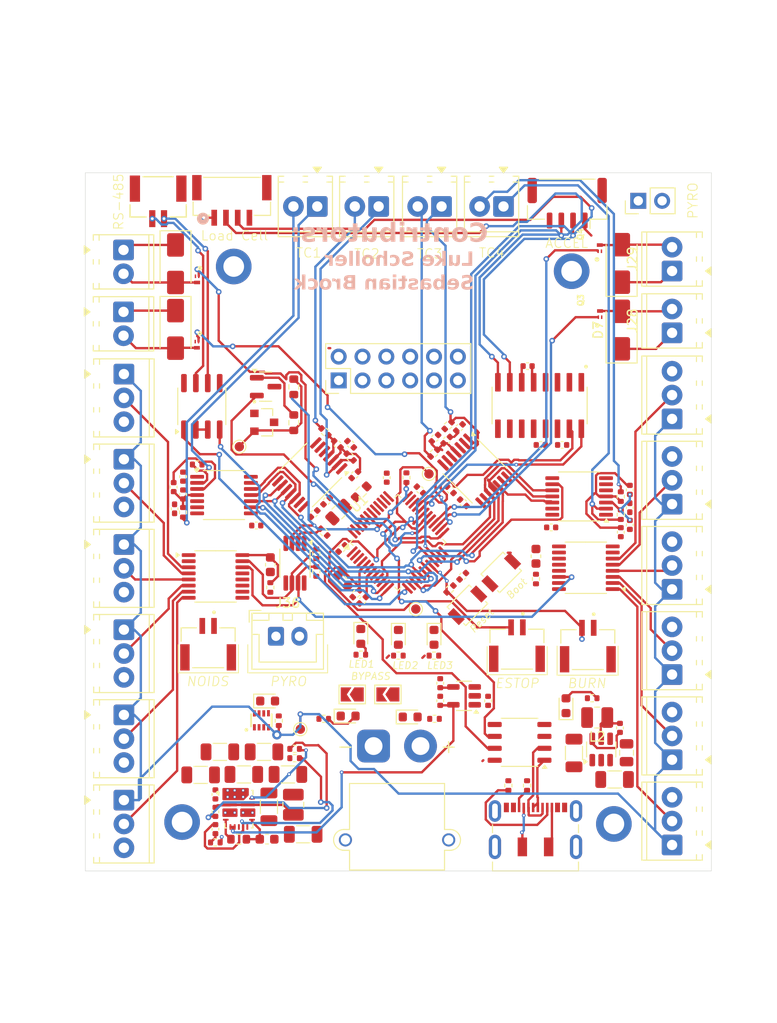
<source format=kicad_pcb>
(kicad_pcb (version 20241229) (generator "pcbnew") (generator_version "9.0")
  (layers (0 "F.Cu" signal) (4 "In1.Cu" signal) (6 "In2.Cu" signal) (2 "B.Cu" signal) (13 "F.Paste" user) (15 "B.Paste" user) (5 "F.SilkS" user "F.Silkscreen") (7 "B.SilkS" user "B.Silkscreen") (1 "F.Mask" user) (3 "B.Mask" user) (25 "Edge.Cuts" user))
  (net 0 "")
  (net 1 "Net-(U3-VDD)")
  (net 2 "FB")
  (net 3 "Net-(U5-T-)")
  (net 4 "Net-(U5-T+)")
  (net 5 "GND")
  (net 6 "Net-(U4-VDD)")
  (net 7 "+BATT")
  (net 8 "+5V")
  (net 9 "+3.3V")
  (net 10 "Net-(U6-T+)")
  (net 11 "Net-(PS1-VCC)")
  (net 12 "Net-(U6-T-)")
  (net 13 "Net-(U7-T+)")
  (net 14 "Net-(U7-T-)")
  (net 15 "/prog/USB_RX")
  (net 16 "Net-(PS1-FB)")
  (net 17 "Net-(PS1-PG)")
  (net 18 "/prog/USB_TX")
  (net 19 "Net-(U1-NRST)")
  (net 20 "Net-(U1-BOOT0)")
  (net 21 "/ADCs/SCL")
  (net 22 "/stm32f1/SPI1_MISO")
  (net 23 "SW_PWR")
  (net 24 "/stm32f1/SPI1_MOSI")
  (net 25 "Net-(C30-Pad2)")
  (net 26 "Net-(J23-Pin_1)")
  (net 27 "Net-(J23-Pin_2)")
  (net 28 "Net-(C31-Pad1)")
  (net 29 "Net-(C31-Pad2)")
  (net 30 "Net-(U9-SW)")
  (net 31 "Net-(U9-BST)")
  (net 32 "/ADCs/SDA")
  (net 33 "/RS-485/TX_RS485")
  (net 34 "/stm32f1/SPI1_SCK")
  (net 35 "Net-(U10-BP)")
  (net 36 "/Accelerometer/ACC_SCL")
  (net 37 "Net-(C48-Pad2)")
  (net 38 "Net-(D1-A)")
  (net 39 "Net-(D2-A)")
  (net 40 "/RS-485/DIR_RS485")
  (net 41 "Net-(C48-Pad1)")
  (net 42 "Net-(D3-K)")
  (net 43 "Net-(D3-A)")
  (net 44 "Net-(D9-A)")
  (net 45 "Net-(D9-K)")
  (net 46 "Net-(D10-K)")
  (net 47 "CH_07")
  (net 48 "CH_05")
  (net 49 "CH_06")
  (net 50 "CH_03")
  (net 51 "CH_00")
  (net 52 "CH_04")
  (net 53 "CH_02")
  (net 54 "CH_01")
  (net 55 "CH_10")
  (net 56 "CH_12")
  (net 57 "CH_13")
  (net 58 "CH_11")
  (net 59 "CH_15")
  (net 60 "CH_09")
  (net 61 "CH_08")
  (net 62 "CH_14")
  (net 63 "Net-(D10-A)")
  (net 64 "Net-(U2-UD-)")
  (net 65 "Net-(U2-UD+)")
  (net 68 "Net-(U8-T+)")
  (net 71 "Net-(U8-T-)")
  (net 72 "Net-(D11-K)")
  (net 73 "Net-(D11-A)")
  (net 74 "en")
  (net 75 "Net-(J18-Pin_2)")
  (net 76 "Net-(PS1-VBST)")
  (net 78 "/stm32f1/TC2_CS")
  (net 79 "/stm32f1/TC4_CS")
  (net 80 "/stm32f1/TC3_CS")
  (net 81 "/stm32f1/TC1_CS")
  (net 82 "Net-(J1-CC2)")
  (net 83 "Net-(J1-CC1)")
  (net 84 "USB_V+")
  (net 85 "BATT_V+")
  (net 86 "Net-(J18-Pin_1)")
  (net 87 "Net-(J19-Pin_2)")
  (net 88 "Net-(J19-Pin_1)")
  (net 89 "Net-(J20-Pin_1)")
  (net 90 "Net-(J20-Pin_2)")
  (net 91 "Net-(J21-Pin_2)")
  (net 92 "Net-(J21-Pin_1)")
  (net 93 "Net-(J34-Pin_2)")
  (net 97 "Net-(Q5-G)")
  (net 98 "Net-(Q6-D)")
  (net 99 "SCL_5V")
  (net 100 "SDA_5V")
  (net 101 "/Breakout/PA14")
  (net 102 "/ADS1231/LC_DRDY{slash}DOUT")
  (net 103 "/Accelerometer/ACC_SDA")
  (net 104 "/RS-485/RX_RS485")
  (net 105 "Net-(D4-A)")
  (net 106 "Net-(D5-A)")
  (net 107 "Net-(D6-A)")
  (net 108 "/Breakout/PB4")
  (net 109 "Net-(D7-A)")
  (net 110 "Net-(D8-A)")
  (net 111 "/Solenoids/S1")
  (net 112 "/Solenoids/S2")
  (net 113 "/Solenoids/S3")
  (net 114 "/Solenoids/S4")
  (net 115 "/ADS1231/LC_SCLK")
  (net 116 "/Breakout/PB5")
  (net 117 "/Breakout/PA15")
  (net 118 "/Breakout/PB8")
  (net 119 "/Breakout/PA13")
  (net 120 "/Breakout/PB9")
  (net 121 "/Breakout/PB3")
  (net 128 "Net-(J30-Pin_2)")
  (net 129 "Net-(J30-Pin_3)")
  (net 130 "/Pyro/PYRO1")
  (net 132 "/Hardware_Safe/K1")
  (net 133 "/Hardware_Safe/BW1")
  (net 134 "PYRO_PWR")
  (net 135 "/stm32f1/K2")
  (footprint "Capacitor_SMD:C_0402_1005Metric" (layer "F.Cu") (at 152.9 118.580001 90)
    (property "Reference" "C46" (hide yes))
    (property "Value" "2.2uF")
  )
  (footprint "TerminalBlock_Phoenix:TerminalBlock_Phoenix_MPT-0,5-3-2.54_1x03_P2.54mm_Horizontal" (layer "F.Cu") (at 119.2 111 -90)
    (property "Reference" "J7" (hide yes))
    (property "Value" "Conn_01x03")
  )
  (footprint "Resistor_SMD:R_0402_1005Metric" (layer "F.Cu") (at 137.39 123.7)
    (property "Reference" "R15" (hide yes))
    (property "Value" "0")
  )
  (footprint "Capacitor_SMD:C_0402_1005Metric" (layer "F.Cu") (at 152.333522 90.589015 -135)
    (property "Reference" "C20" (hide yes))
    (property "Value" ".01uF")
  )
  (footprint "Resistor_SMD:R_0402_1005Metric" (layer "F.Cu") (at 149.3 94.8 -90)
    (property "Reference" "R2" (hide yes))
    (property "Value" "4.7K")
  )
  (footprint "TerminalBlock_Phoenix:TerminalBlock_Phoenix_MPT-0,5-3-2.54_1x03_P2.54mm_Horizontal" (layer "F.Cu") (at 177.6 115.78 90)
    (property "Reference" "J12" (hide yes))
    (property "Value" "Conn_01x03")
  )
  (footprint "Diode_SMD:D_SMA" (layer "F.Cu") (at 124.7 79.000003 -90)
    (property "Reference" "D6" (hide yes))
    (property "Value" "D")
  )
  (footprint "Resistor_SMD:R_0402_1005Metric" (layer "F.Cu") (at 169.09 118.3)
    (property "Reference" "R18" (hide yes))
    (property "Value" "100")
  )
  (footprint "Capacitor_SMD:C_0402_1005Metric" (layer "F.Cu") (at 128.95 132.253 -90)
    (property "Reference" "C30" (hide yes))
    (property "Value" "470pF")
  )
  (footprint "Resistor_SMD:R_0402_1005Metric" (layer "F.Cu") (at 163.1 105.6 -90)
    (property "Reference" "R32" (hide yes))
    (property "Value" "5")
  )
  (footprint "Connector_USB:USB_C_Receptacle_JAE_DX07S016JA1R1500" (layer "F.Cu") (at 163.05 132.995)
    (property "Reference" "J1" (hide yes))
    (property "Value" "USB_C_Receptacle_USB2.0_14P")
  )
  (footprint "Resistor_SMD:R_0402_1005Metric" (layer "F.Cu") (at 134.8 106.5 90)
    (property "Reference" "R31" (hide yes))
    (property "Value" "5")
  )
  (footprint "Capacitor_SMD:C_1206_3216Metric" (layer "F.Cu") (at 127.375 126.473 180)
    (property "Reference" "C40" (hide yes))
    (property "Value" "22uF")
  )
  (footprint "Capacitor_SMD:C_0402_1005Metric" (layer "F.Cu") (at 147.2 94.8 -90)
    (property "Reference" "C2" (hide yes))
    (property "Value" "100nF")
  )
  (footprint "Resistor_SMD:R_0402_1005Metric" (layer "F.Cu") (at 153.741419 89.244364 -135)
    (property "Reference" "R11" (hide yes))
    (property "Value" "100")
  )
  (footprint "TerminalBlock_Phoenix:TerminalBlock_Phoenix_MPT-0,5-3-2.54_1x03_P2.54mm_Horizontal" (layer "F.Cu") (at 177.6 124.86 90)
    (property "Reference" "J8" (hide yes))
    (property "Value" "Conn_01x03")
  )
  (footprint "Capacitor_SMD:C_0402_1005Metric" (layer "F.Cu") (at 139.460589 98.639411 -135)
    (property "Reference" "C16" (hide yes))
    (property "Value" ".01uF")
  )
  (footprint "Capacitor_SMD:C_0402_1005Metric" (layer "F.Cu") (at 125.499996 94.689997 -90)
    (property "Reference" "C13" (hide yes))
    (property "Value" ".01uF")
  )
  (footprint "TerminalBlock_Phoenix:TerminalBlock_Phoenix_MPT-0,5-2-2.54_1x02_P2.54mm_Horizontal" (layer "F.Cu") (at 146.34 65.9 180)
    (property "Reference" "J18" (hide yes))
    (property "Value" "Conn_01x02")
  )
  (footprint "BM02B-GHS:JST_BM02B-GHS-TBT_LF__SN_" (layer "F.Cu") (at 161.075 114.1)
    (property "Reference" "J31" (hide yes))
    (property "Value" "Conn_01x02")
  )
  (footprint "TerminalBlock_Phoenix:TerminalBlock_Phoenix_MPT-0,5-2-2.54_1x02_P2.54mm_Horizontal" (layer "F.Cu") (at 119.16 70.535147 -90)
    (property "Reference" "J26" (hide yes))
    (property "Value" "Conn_01x02")
  )
  (footprint "Resistor_SMD:R_0402_1005Metric" (layer "F.Cu") (at 140.49 120.5)
    (property "Reference" "R19" (hide yes))
    (property "Value" "200")
  )
  (footprint "Capacitor_SMD:C_0402_1005Metric" (layer "F.Cu") (at 124.6 98.12 90)
    (property "Reference" "C17" (hide yes))
    (property "Value" ".01uF")
  )
  (footprint "Resistor_SMD:R_0402_1005Metric" (layer "F.Cu") (at 162.15 127.605 90)
    (property "Reference" "R5" (hide yes))
    (property "Value" "5.1k")
  )
  (footprint "Package_SO:TSSOP-16_4.4x5mm_P0.65mm" (layer "F.Cu") (at 168.4125 104.4 180)
    (property "Reference" "U4" (hide yes))
    (property "Value" "ADS7828")
  )
  (footprint "TestPoint:TestPoint_Pad_D1.0mm" (layer "F.Cu") (at 150.3 108.8)
    (property "Reference" "TP5" (hide yes))
    (property "Value" "TestPoint")
  )
  (footprint "CSD13381F4:DFN100X60X35-3N" (layer "F.Cu") (at 169.925 77.37 90)
    (property "Reference" "Q3")
    (property "Value" "CSD13381F4" (hide yes))
  )
  (footprint "Capacitor_SMD:C_0402_1005Metric" (layer "F.Cu") (at 173.1 96.1 -90)
    (property "Reference" "C25" (hide yes))
    (property "Value" "0.1uF")
  )
  (footprint "TerminalBlock_Phoenix:TerminalBlock_Phoenix_MPT-0,5-2-2.54_1x02_P2.54mm_Horizontal" (layer "F.Cu") (at 159.64 65.9 180)
    (property "Reference" "J21" (hide yes))
    (property "Value" "Conn_01x02")
  )
  (footprint "LED_SMD:LED_0603_1608Metric" (layer "F.Cu") (at 148.44 111.812499 -90)
    (property "Reference" "D10" (hide yes))
    (property "Value" "Yellow")
  )
  (footprint "Package_SO:TSSOP-14_4.4x5mm_P0.65mm" (layer "F.Cu") (at 167.7 96.8 180)
    (property "Reference" "U8" (hide yes))
    (property "Value" "MAX31856")
  )
  (footprint "TestPoint:TestPoint_Pad_D1.0mm" (layer "F.Cu") (at 138 121.6)
    (property "Reference" "TP4" (hide yes))
    (property "Value" "TestPoint")
  )
  (footprint "TerminalBlock_Phoenix:TerminalBlock_Phoenix_MPT-0,5-2-2.54_1x02_P2.54mm_Horizontal" (layer "F.Cu") (at 177.6 72.779288 90)
    (property "Reference" "J29")
    (property "Value" "Conn_01x02")
  )
  (footprint "LED_SMD:LED_0603_1608Metric" (layer "F.Cu") (at 143.0875 120.2)
    (property "Reference" "D2" (hide yes))
    (property "Value" "LED")
  )
  (footprint "Connector_AMASS:AMASS_XT30PW-M_1x02_P2.50mm_Horizontal" (layer "F.Cu") (at 145.8 123.4 180)
    (property "Reference" "J22" (hide yes))
    (property "Value" "Conn_01x02")
  )
  (footprint "TerminalBlock_Phoenix:TerminalBlock_Phoenix_MPT-0,5-3-2.54_1x03_P2.54mm_Horizontal" (layer "F.Cu") (at 119.2 92.84 -90)
    (property "Reference" "J14" (hide yes))
    (property "Value" "Conn_01x03")
  )
  (footprint "Jumper:SolderJumper-2_P1.3mm_Open_TrianglePad1.0x1.5mm" (layer "F.Cu") (at 143.524999 117.9 180)
    (property "Reference" "JP2" (hide yes))
    (property "Value" "SolderJumper_2_Open")
  )
  (footprint "Capacitor_SMD:C_0402_1005Metric" (layer "F.Cu") (at 163.607867 91.312132 180)
    (property "Reference" "C49" (hide yes))
    (property "Value" "1uf")
  )
  (footprint "Capacitor_SMD:C_1206_3216Metric" (layer "F.Cu") (at 167.15 124.1375 90)
    (property "Reference" "C41" (hide yes))
    (property "Value" "22uF")
  )
  (footprint "Capacitor_SMD:C_1206_3216Metric" (layer "F.Cu") (at 136.675 126.423)
    (property "Reference" "C37" (hide yes))
    (property "Value" "22uF")
  )
  (footprint "Capacitor_SMD:C_0402_1005Metric" (layer "F.Cu") (at 154.9435 89.456497 -135)
    (property "Reference" "C22" (hide yes))
    (property "Value" ".01uF")
  )
  (footprint "ADS1231ID:SOIC127P600X175-16N" (layer "F.Cu") (at 163.487868 87.112132 -90)
    (property "Reference" "U12" (hide yes))
    (property "Value" "ADS1231ID")
  )
  (footprint "Resistor_SMD:R_0402_1005Metric" (layer "F.Cu") (at 127.009999 93.4)
    (property "Reference" "R9" (hide yes))
    (property "Value" "100")
  )
  (footprint "Package_SO:TSSOP-14_4.4x5mm_P0.65mm" (layer "F.Cu") (at 139 94.5 -135)
    (property "Reference" "U5" (hide yes))
    (property "Value" "MAX31856")
  )
  (footprint "Capacitor_SMD:C_0402_1005Metric" (layer "F.Cu") (at 125.499998 96.590001 -90)
    (property "Reference" "C11" (hide yes))
    (property "Value" ".01uF")
  )
  (footprint "SSM3J328R:SOT95P240X88-3N" (layer "F.Cu") (at 134.15 88.9 -90)
    (property "Reference" "Q5" (hide yes))
    (property "Value" "SSM3J328R")
  )
  (footprint "Capacitor_SMD:C_1206_3216Metric" (layer "F.Cu") (at 171.475 126.9625)
    (property "Reference" "C36" (hide yes))
    (property "Value" "22uF")
  )
  (footprint "Button_Switch_SMD:SW_SPST_B3U-1000P" (layer "F.Cu") (at 159.402082 104.897918 -135)
    (property "Reference" "SW2" (hide yes))
    (property "Value" "SW_Push")
  )
  (footprint "Capacitor_SMD:C_0402_1005Metric" (layer "F.Cu") (at 164.72 100.1 180)
    (property "Reference" "C27" (hide yes))
    (property "Value" ".01uF")
  )
  (footprint "TerminalBlock_Phoenix:TerminalBlock_Phoenix_MPT-0,5-3-2.54_1x03_P2.54mm_Horizontal" (layer "F.Cu") (at 119.2 83.76 -90)
    (property "Reference" "J10" (hide yes))
    (property "Value" "Conn_01x03")
  )
  (footprint "TerminalBlock_Phoenix:TerminalBlock_Phoenix_MPT-0,5-2-2.54_1x02_P2.54mm_Horizontal" (layer "F.Cu") (at 119.16 77.135149 -90)
    (property "Reference" "J27" (hide yes))
    (property "Value" "Conn_01x02")
  )
  (footprint "Capacitor_SMD:C_0402_1005Metric" (layer "F.Cu") (at 141.939411 91.239411 -45)
    (property "Reference" "C14" (hide yes))
    (property "Value" "0.1uF")
  )
  (footprint "Package_SO:TSSOP-14_4.4x5mm_P0.65mm" (layer "F.Cu") (at 129.862741 96.654414)
    (property "Reference" "U6" (hide yes))
    (property "Value" "MAX31856")
  )
  (footprint "Capacitor_SMD:C_0402_1005Metric" (layer "F.Cu") (at 128.95 128.553 -90)
    (property "Reference" "C43" (hide yes))
    (property "Value" "100nF")
  )
  (footprint "LED_SMD:LED_0603_1608Metric" (layer "F.Cu") (at 134.5125 118.6)
    (property "Reference" "D3" (hide yes))
    (property "Value" "BLUE")
  )
  (footprint "Diode_SMD:D_SMA" (layer "F.Cu") (at 172.22336 71.972633 90)
    (property "Reference" "D8" (hide yes))
    (property "Value" "D")
  )
  (footprint "TerminalBlock_Phoenix:TerminalBlock_Phoenix_MPT-0,5-3-2.54_1x03_P2.54mm_Horizontal" (layer "F.Cu") (at 177.6 106.7 90)
    (property "Reference" "J16" (hide yes))
    (property "Value" "Conn_01x03")
  )
  (footprint "SM04B-GHS:JST_SM04B-GHS-TB_LF__SN_-" (layer "F.Cu") (at 130.6975 64.825 180)
    (property "Reference" "J30" (hide yes))
    (property "Value" "Conn_01x04")
  )
  (footprint "Capacitor_SMD:C_0805_2012Metric" (layer "F.Cu") (at 172.75 124.1125 90)
    (property "Reference" "C32" (hide yes))
    (property "Value" "10uF")
  )
  (footprint "MountingHole:MountingHole_2.2mm_M2_DIN965_Pad" (layer "F.Cu") (at 171.4 131.7)
    (property "Reference" "H3" (hide yes))
    (property "Value" "MountingHole")
  )
  (footprint "Capacitor_SMD:C_0402_1005Metric" (layer "F.Cu") (at 173.1 99.829998 90)
    (property "Reference" "C23" (hide yes))
    (property "Value" ".01uF")
  )
  (footprint "Resistor_SMD:R_0402_1005Metric" (layer "F.Cu") (at 148.439999 113.762499)
    (property "Reference" "R29" (hide yes))
    (property "Value" "100")
  )
  (footprint "Resistor_SMD:R_0402_1005Metric" (layer "F.Cu") (at 135.7 120.7 90)
    (property "Reference" "R20" (hide yes))
    (property "Value" "200")
  )
  (footprint "MountingHole:MountingHole_2.2mm_M2_DIN965_Pad" (layer "F.Cu") (at 130.9 72.3)
    (property "Reference" "H1" (hide yes))
    (property "Value" "MountingHole")
  )
  (footprint "Capacitor_SMD:C_0402_1005Metric" (layer "F.Cu") (at 128.95 130.413 90)
    (property "Reference" "C31" (hide yes))
    (property "Value" "100nF")
  )
  (footprint "Jumper:SolderJumper-2_P1.3mm_Open_TrianglePad1.0x1.5mm" (layer "F.Cu") (at 147.324999 117.9 180)
    (property "Reference" "JP1" (hide yes))
    (property "Value" "SolderJumper_2_Open")
  )
  (footprint "Capacitor_SMD:C_0402_1005Metric" (layer "F.Cu") (at 155.355697 97.474938 135)
    (property "Reference" "C28" (hide yes))
    (property "Value" ".01uF")
  )
  (footprint "Capacitor_SMD:C_0402_1005Metric" (layer "F.Cu") (at 153.976875 96.096116 -45)
    (property "Reference" "C26" (hide yes))
    (property "Value" ".01uF")
  )
  (footprint "Resistor_SMD:R_0402_1005Metric" (layer "F.Cu") (at 140.5 100.6 135)
    (property "Reference" "R1" (hide yes))
    (property "Value" "4.7K")
  )
  (footprint "Images:NDRT" (layer "F.Cu") (at 148.4 90.4)
    (property "Reference" "G***" (hide yes))
    (property "Value" "LOGO" (hide yes))
  )
  (footprint "Capacitor_SMD:C_0402_1005Metric" (layer "F.Cu") (at 172.05 121.462499 -90)
    (property "Reference" "C38" (hide yes))
    (property "Value" "100nF")
  )
  (footprint "Resistor_SMD:R_0402_1005Metric" (layer "F.Cu") (at 143.304128 92.604128 135)
    (property "Reference" "R7" (hide yes))
    (property "Value" "100")
  )
  (footprint "TerminalBlock_Phoenix:TerminalBlock_Phoenix_MPT-0,5-2-2.54_1x02_P2.54mm_Horizontal" (layer "F.Cu") (at 177.6 79.369291 90)
    (property "Reference" "J28")
    (property "Value" "Conn_01x02")
  )
  (footprint "Capacitor_SMD:C_1206_3216Metric" (layer "F.Cu") (at 129.425 124.023)
    (property "Reference" "C35" (hide yes))
    (property "Value" "22uF")
  )
  (footprint "TerminalBlock_Phoenix:TerminalBlock_Phoenix_MPT-0,5-2-2.54_1x02_P2.54mm_Horizontal" (layer "F.Cu") (at 139.8 65.9 180)
    (property "Reference" "J19" (hide yes))
    (property "Value" "Conn_01x02")
  )
  (footprint "Package_SO:SOIC-8_3.9x4.9mm_P1.27mm" (layer "F.Cu") (at 127.5 87.2 90)
    (property "Reference" "U11" (hide yes))
    (property "Value" "SP3485EN")
  )
  (footprint "LED_SMD:LED_0603_1608Metric" (layer "F.Cu") (at 149.7 120.3)
    (property "Reference" "D4" (hide yes))
    (property "Value" "GREEN")
  )
  (footprint "TerminalBlock_Phoenix:TerminalBlock_Phoenix_MPT-0,5-2-2.54_1x02_P2.54mm_Horizontal" (layer "F.Cu") (at 153.04 65.9 180)
    (property "Reference" "J20" (hide yes))
    (property "Value" "Conn_01x02")
  )
  (footprint "Inductor_SMD:L_1008_2520Metric" (layer "F.Cu") (at 137.25 129.648 90)
    (property "Reference" "L1" (hide yes))
    (property "Value" "1.5uH")
  )
  (footprint "Capacitor_SMD:C_0402_1005Metric" (layer "F.Cu") (at 158 118.58 90)
    (property "Reference" "C45" (hide yes))
    (property "Value" "1uF")
  )
  (footprint "Capacitor_SMD:C_0603_1608Metric" (layer "F.Cu") (at 134.8 104.075 -90)
    (property "Reference" "C8" (hide yes))
    (property "Value" "1uF")
  )
  (footprint "Capacitor_SMD:C_0402_1005Metric" (layer "F.Cu") (at 165.887869 91.312132 180)
    (property "Reference" "C50" (hide yes))
    (property "Value" "1uf")
  )
  (footprint "Connector_JST:JST_XH_B2B-XH-A_1x02_P2.50mm_Vertical" (layer "F.Cu") (at 135.4 111.7)
    (property "Reference" "J36")
    (property "Value" "Conn_01x02")
  )
  (footprint "Resistor_SMD:R_0402_1005Metric" (layer "F.Cu") (at 172.137499 96.82 -90)
    (property "Reference" "R12" (hide yes))
    (property "Value" "100")
  )
  (footprint "Resistor_SMD:R_0402_1005Metric" (layer "F.Cu") (at 137.39 124.69)
    (property "Reference" "R17" (hide yes))
    (property "Value" "0")
  )
  (footprint "Capacitor_SMD:C_0402_1005Metric" (layer "F.Cu") (at 133.3 99.9)
    (property "Reference" "C19" (hide yes))
    (property "Value" ".01uF")
  )
  (footprint "Capacitor_SMD:C_0402_1005Metric" (layer "F.Cu") (at 162.207869 82.912132)
    (property "Reference" "C48" (hide yes))
    (property "Value" "0.1uF")
  )
  (footprint "Package_SO:TSSOP-16_4.4x5mm_P0.65mm" (layer "F.Cu") (at 128.9625 105.325)
    (property "Reference" "U3" (hide yes))
    (property "Value" "ADS7828")
  )
  (footprint "CSD13381F4:DFN100X60X35-3N" (layer "F.Cu") (at 126.975 80.630002 -90)
    (property "Reference" "Q2" (hide yes))
    (property "Value" "CSD13381F4" (hide yes))
  )
  (footprint "Capacitor_SMD:C_0603_1608Metric" (layer "F.Cu") (at 163.1 103.175 90)
    (property "Reference" "C9" (hide yes))
    (property "Value" "1uF")
  )
  (footprint "SM02B-GHS:CONN_SM02B-GHS_JST" (layer "F.Cu") (at 122.847501 64.8759 180)
    (property "Reference" "J23" (hide yes))
    (property "Value" "Conn_01x02")
  )
  (footprint "Connector_PinHeader_2.54mm:PinHeader_1x02_P2.54mm_Vertical" (layer "F.Cu") (at 174 65.3 90)
    (property "Reference" "J34" (hide yes))
    (property "Value" "Conn_01x02" (hide yes))
  )
  (footprint "Package_SO:TSSOP-14_4.4x5mm_P0.65mm" (layer "F.Cu") (at 156.6 94.1 -45)
    (property "Reference" "U7" (hide yes))
    (property "Value" "MAX31856")
  )
  (footprint "LED_SMD:LED_0603_1608Metric" (layer "F.Cu") (at 152.24 111.812499 -90)
    (property "Reference" "D11" (hide yes))
    (property "Value" "Blue")
  )
  (footprint "Resistor_SMD:R_0402_1005Metric" (layer "F.Cu") (at 140.617121 89.917122 -45)
    (property "Reference" "R6" (hide yes))
    (property "Value" "100")
  )
  (footprint "Resistor_SMD:R_0603_1608Metric" (layer "F.Cu") (at 131.425 133.323)
    (property "Reference" "R16" (hide yes))
    (property "Value" "100k")
  )
  (footprint "LED_SMD:LED_0603_1608Metric" (layer "F.Cu") (at 144.44 111.712499 -90)
    (property "Reference" "D9" (hide yes))
    (property "Value" "Red")
  )
  (footprint "Capacitor_SMD:C_0603_1608Metric" (layer "F.Cu") (at 134.45 133.323 180)
    (property "Reference" "C33" (hide yes))
    (property "Value" "2.2uF")
  )
  (footprint "Resistor_SMD:R_0402_1005Metric" (layer "F.Cu") (at 152.23 113.762499)
    (property "Reference" "R30" (hide yes))
    (property "Value" "100")
  )
  (footprint "MountingHole:MountingHole_2.2mm_M2_DIN965_Pad" (layer "F.Cu") (at 166.9 72.8)
    (property "Reference" "H2" (hide yes))
    (property "Value" "MountingHole")
  )
  (footprint "TerminalBlock_Phoenix:TerminalBlock_Phoenix_MPT-0,5-3-2.54_1x03_P2.54mm_Horizontal" (layer "F.Cu") (at 177.6 88.54 90)
    (property "Reference" "J9" (hide yes))
    (property "Value" "Conn_01x03")
  )
  (footprint "Connector_JST:JST_GH_SM04B-GHS-TB_1x04-1MP_P1.25mm_Horizontal" (layer "F.Cu") (at 166.425 65.55 180)
    (property "Reference" "J24" (hide yes))
    (property "Value" "Conn_01x04")
  )
  (footprint "Package_TO_SOT_SMD:SOT-23" (layer "F.Cu") (at 134.3 85.1)
    (property "Reference" "Q6" (hide yes))
    (property "Value" "L2N7002SLLT1G")
  )
  (footprint "Package_SO:JEITA_SOIC-8_3.9x4.9mm_P1.27mm" (layer "F.Cu") (at 161.35 123.005 180)
    (property "Reference" "U2" (hide yes))
    (property "Value" "CH340N")
  )
  (footprint "Resistor_SMD:R_0402_1005Metric" (layer "F.Cu") (at 172.137499 98.739999 90)
    (property "Reference" "R13" (hide yes))
    (property "Value" "100")
  )
  (footprint "TPS513885VABR:CONV_TPS513885VABR" (layer "F.Cu") (at 131.45 130.123)
    (property "Reference" "PS1" (hide yes))
    (property "Value" "TPS513885VABR")
  )
  (footprint "Capacitor_SMD:C_0402_1005Metric" (layer "F.Cu") (at 172.137499 100.609999 90)
    (property "Reference" "C21" (hide yes))
    (property "Value" ".01uF")
  )
  (footprint "Resistor_SMD:R_0402_1005Metric" (layer "F.Cu") (at 125.5 98.490001 90)
    (property "Reference" "R8" (hide yes))
    (property "Value" "100")
  )
  (footprint "Package_TO_SOT_SMD:TSOT-23-6" (layer "F.Cu") (at 170.049999 123.7625 90)
    (property "Reference" "U9" (hide yes))
    (property "Value" "AP63203WU")
  )
  (footprint "Capacitor_SMD:C_0402_1005Metric" (layer "F.Cu") (at 142.410589 102.339411 -135)
    (property "Reference" "C6" (hide yes))
    (property "Value" "100nF")
  )
  (footprint "Resistor_SMD:R_0402_1005Metric" (layer "F.Cu") (at 143.939376 107.160624 -135)
    (property "Reference" "R23" (hide yes))
    (property "Value" "20k")
  )
  (footprint "Resistor_SMD:R_0603_1608Metric" (layer "F.Cu") (at 144.483363 96.316637 45)
    (property "Reference" "R3" (hide yes))
    (property "Value" "10k")
  )
  (footprint "Resistor_SMD:R_0402_1005Metric" (layer "F.Cu") (at 152.29 120.5)
    (property "Reference" "R21" (hide yes))
    (property "Value" "200")
  )
  (footprint "Capacitor_SMD:C_0402_1005Metric" (layer "F.Cu") (at 150.75 96.1 -45)
    (property "Reference" "C4" (hide yes))
    (property "Value" "100nF")
  )
  (footprint "Resistor_SMD:R_0402_1005Metric" (layer "F.Cu") (at 153.939376 106.660624 45)
    (property "Reference" "R25" (hide yes))
    (property "Value" "20k")
  )
  (footprint "LM66200DRLR:SOT8" (layer "F.Cu") (at 133.85 120.66)
    (property "Reference" "IC1" (hide yes))
    (property "Value" "LM66200DRLR")
  )
  (footprint "Diode_SMD:D_SMA" (layer "F.Cu") (at 124.7 72.000001 -90)
    (property "Reference" "D5" (hide yes))
    (property "Value" "D")
  )
  (footprint "CSD13381F4:DFN100X60X35-3N" (layer "F.Cu") (at 169.9 70.342634 90)
    (property "Reference" "Q4")
    (property "Value" "CSD13381F4" (hide yes))
  )
  (footprint "Capacitor_SMD:C_0402_1005Metric" (layer "F.Cu") (at 152.9 116.7 90)
    (property "Reference" "C47" (hide yes))
    (property "Value" "10nF")
  )
  (footprint "Capacitor_SMD:C_1206_3216Metric" (layer "F.Cu") (at 134.65 129.873 -90)
    (property "Reference" "C42" (hide yes))
    (property "Value" "22uF")
  )
  (footprint "Package_QFP:LQFP-48_7x7mm_P0.5mm" (layer "F.Cu") (at 148.4 101.7 45)
    (property "Reference" "U1")
    (property "Value" "STM32F103C8Tx")
  )
  (footprint "Capacitor_SMD:C_0402_1005Metric" (layer "F.Cu") (at 143.353626 91.239411 135)
    (property "Reference" "C10" (hide yes))
    (property "Value" ".01uF")
  )
  (footprint "Resistor_SMD:R_0402_1005Metric" (layer "F.Cu") (at 128.94 133.673)
    (property "Reference" "R14" (hide yes))
    (property "Value" "1k")
  )
  (footprint "Diode_SMD:D_SMA" (layer "F.Cu") (at 172.22336 79.072633 90)
    (property "Reference" "D7")
    (property "Value" "D")
  )
  (footprint "Capacitor_SMD:C_0402_1005Metric" (layer "F.Cu") (at 173.1 98 90)
    (property "Reference" "C29" (hide yes))
    (property "Value" ".01uF")
  )
  (footprint "Resistor_SMD:R_0402_1005Metric" (layer "F.Cu") (at 160.16 127.605 90)
    (property "Reference" "R4" (hide yes))
    (property "Value" "5.1k")
  )
  (footprint "Inductor_SMD:L_1008_2520Metric" (layer "F.Cu") (at 169.625 120.3625 180)
    (property "Reference" "L2")
    (property "Value" "4.7uH")
  )
  (footprint "Capacitor_SMD:C_0402_1005Metric" (layer "F.Cu") (at 155.3 105.3 -135)
    (property "Reference" "C3" (hide yes))
    (property "Value" "100nF")
  )
  (footprint "TerminalBlock_Phoenix:TerminalBlock_Phoenix_MPT-0,5-3-2.54_1x03_P2.54mm_Horizontal" (layer "F.Cu") (at 177.6 97.62 90)
    (property "Reference" "J5" (hide yes))
    (property "Value" "Conn_01x03")
  )
  (footprint "Resistor_SMD:R_0402_1005Metric" (layer "F.Cu") (at 139.7 104.8 90)
    (property "Reference" "R22" (hide yes))
    (property "Value" "4.7K")
  )
  (footprint "Button_Switch_SMD:SW_SPST_B3U-1000P" (layer "F.Cu") (at 155.8 108.4 -135)
    (property "Reference" "SW1" (hide yes))
    (property "Value" "SW_Push")
  )
  (footprint "Capacitor_SMD:C_0402_1005Metric" (layer "F.Cu") (at 144.639411 107.860589 -135)
    (property "Reference" "C1" (hide yes))
    (property "Value" "100nF")
  )
  (footprint "LED_SMD:LED_0603_1608Metric" (layer "F.Cu") (at 166.3 119.1 90)
    (property "Reference" "D1" (hide yes))
    (property "Value" "LED")
  )
  (footprint "Resistor_SMD:R_0603_1608Metric" (layer "F.Cu") (at 137.3 88.941637 90)
    (property "Reference" "R27" (hide yes))
    (property "Value" "100k")
  )
  (footprint "BM02B-GHS:JST_BM02B-GHS-TBT_LF__SN_" (layer "F.Cu") (at 168.625 114.15)
    (property "Reference" "J33" (hide yes))
    (property "Value" "Conn_01x02")
  )
  (footprint "TerminalBlock_Phoenix:TerminalBlock_Phoenix_MPT-0,5-3-2.54_1x03_P2.54mm_Horizontal" (layer "F.Cu") (at 119.2 101.92 -90)
    (property "Reference" "J3" (hide yes))
    (property "Value" "Conn_01x03")
  )
  (footprint "CSD13381F4:DFN100X60X35-3N" (layer "F.Cu") (at 127 73.670002 -90)
    (property "Reference" "Q1" (hide yes))
    (property "Value" "CSD13381F4" (hide yes))
  )
  (footprint "Capacitor_SMD:C_0402_1005Metric" (layer "F.Cu") (at 143.8 94.5 45)
    (property "Reference" "C12" (hide yes))
    (property "Value" ".01uF")
  )
  (footprint "Resistor_SMD:R_0603_1608Metric" (layer "F.Cu") (at 137.3 85.125 90)
    (property "Reference" "R26" (hide yes))
    (property "Value" "200k")
  )
  (footprint "Capacitor_SMD:C_1206_3216Metric" (layer "F.Cu") (at 134.125 124.023)
    (property "Reference" "C39" (hide yes))
    (property "Value" "22uF")
  )
  (footprint "Capacitor_SMD:C_0603_1608Metric" (layer "F.Cu") (at 142.491403 105.791403 -45)
    (property "Reference" "C7" (hide yes))
    (property "Value" "1uF")
  )
  (footprint "TestPoint:TestPoint_Pad_D1.0mm" (layer "F.Cu") (at 131.5 91.5)
    (property "Reference" "TP6" (hide yes))
    (property "Value" "TestPoint")
  )
  (footprint "BM02B-GHS:JST_BM02B-GHS-TBT_LF__SN_" (layer "F.Cu") (at 128.175 113.95)
    (property "Reference" "J25" (hide yes))
    (property "Value" "Conn_01x02")
  )
  (footprint "Package_TO_SOT_SMD:SOT-23-5" (layer "F.Cu") (at 155.4375 118.049999 180)
    (property "Reference" "U10" (hide yes))
    (property "Value" "LP2985-3.3")
  )
  (footprint "Capacitor_SMD:C_1206_3216Metric" (layer "F.Cu") (at 131.975 126.423)
    (property "Reference" "C34" (hide yes))
    (property "Value" "22uF")
  )
  (footprint "Capacitor_SMD:C_0402_1005Metric" (layer "F.Cu") (at 140.799999 97.3 45)
    (property "Reference" "C18" (hide yes))
    (property "Value" ".01uF")
  )
  (footprint "Resistor_SMD:R_0402_1005Metric" (layer "F.Cu") (at 144.440001 113.662499)
    (property "Reference" "R28" (hide yes))
    (property "Value" "100")
  )
  (footprint "Resistor_SMD:R_0402_1005Metric" (layer "F.Cu") (at 152.233487 92.18905 45)
    (property "Reference" "R10" (hide yes))
    (property "Value" "100")
  )
  (footprint "Connector_PinHeader_2.54mm:PinHeader_2x06_P2.54mm_Vertical" (layer "F.Cu") (at 142.08 84.44 90)
    (property "Reference" "J35" (hide yes))
    (property "Value" "Conn_02x06_Odd_Even")
  )
  (footprint "MountingHole:MountingHole_2.2mm_M2_DIN965_Pad" (layer "F.Cu") (at 125.4 131.5)
    (property "Reference" "H4" (hide yes))
    (property "Value" "MountingHole")
  )
  (footprint "TerminalBlock_Phoenix:TerminalBlock_Phoenix_MPT-0,5-3-2.54_1x03_P2.54mm_Horizontal" (layer "F.Cu") (at 177.6 133.94 90)
    (property "Reference" "J4" (hide yes))
    (property "Value" "Conn_01x03")
  )
  (footprint "Capacitor_SMD:C_0402_1005Metric" (layer "F.Cu") (at 124.5 95.807057 90)
    (property "Reference" "C15" (hide yes))
    (property "Value" "0.1uF")
  )
  (footprint "Resistor_SMD:R_0402_1005Metric" (layer "F.Cu") (at 139.7 102.909999 90)
    (property "Reference" "R33" (hide yes))
    (property "Value" "4.7K")
  )
  (footprint "TerminalBlock_Phoenix:TerminalBlock_Phoenix_MPT-0,5-3-2.54_1x03_P2.54mm_Horizontal" (layer "F.Cu") (at 119.2 129.16 -90)
    (property "Reference" "J15" (hide yes))
    (property "Value" "Conn_01x03")
  )
  (footprint "TerminalBlock_Phoenix:TerminalBlock_Phoenix_MPT-0,5-3-2.54_1x03_P2.54mm_Horizontal" (layer "F.Cu") (at 119.2 120.08 -90)
    (property "Reference" "J11" (hide yes))
    (property "Value" "Conn_01x03")
  )
  (footprint "Capacitor_SMD:C_0402_1005Metric" (layer "F.Cu") (at 153.6 90.8 45)
    (property "Reference" "C24" (hide yes))
    (property "Value" "0.1uF")
  )
  (footprint "Package_SO:VSSOP-8_3x3mm_P0.65mm" (layer "F.Cu") (at 137.425 103.9125 -90)
    (property "Reference" "U13" (hide yes))
    (property "Value" "TCA9517ADGK")
  )
  (footprint "Capacitor_SMD:C_1206_3216Metric" (layer "F.Cu") (at 138.3 132.8)
    (property "Reference" "C44" (hide yes))
    (property "Value" "22uF")
  )
  (footprint "Capacitor_SMD:C_0805_2012Metric" (layer "F.Cu") (at 142.083363 98.47 45)
    (property "Reference" "C5" (hide yes))
    (property "Value" "10uF")
  )
  (footprint "TestPoint:TestPoint_Pad_D1.0mm" (layer "F.Cu") (at 151.7 94.4)
    (property "Reference" "TP1" (hide yes))
    (property "Value" "TestPoint")
  )
  (footprint "Images:NDXP-Logo" (layer "B.Cu") (at 149.75 111.812499 180)
    (property "Reference" "G***" (hide yes))
    (property "Value" "LOGO" (hide yes))
  )
  (gr_line (start 171.85 115.85) (end 171.85 112.75) (stroke (width 0.1)) (layer "F.SilkS"))
  (gr_line (start 131.4 115.6) (end 131.4 112.6) (stroke (width 0.1)) (layer "F.SilkS"))
  (gr_line (start 164.3 115.8) (end 164.3 112.8) (stroke (width 0.1)) (layer "F.SilkS"))
  (gr_line (start 125 112.6) (end 125 115.6) (stroke (width 0.1)) (layer "F.SilkS"))
  (gr_line (start 125 115.6) (end 131.4 115.6) (stroke (width 0.1)) (layer "F.SilkS"))
  (gr_line (start 157.9 115.8) (end 164.3 115.8) (stroke (width 0.1)) (layer "F.SilkS"))
  (gr_line (start 132.4 115.6) (end 140.9 115.6) (stroke (width 0.1)) (layer "F.SilkS"))
  (gr_line (start 140.9 112.6) (end 140.9 115.6) (stroke (width 0.1)) (layer "F.SilkS"))
  (gr_line (start 157.9 112.8) (end 157.9 115.8) (stroke (width 0.1)) (layer "F.SilkS"))
  (gr_line (start 165.35 112.75) (end 165.35 115.85) (stroke (width 0.1)) (layer "F.SilkS"))
  (gr_line (start 132.4 112.6) (end 132.4 115.6) (stroke (width 0.1)) (layer "F.SilkS"))
  (gr_line (start 165.35 115.85) (end 171.85 115.85) (stroke (width 0.1)) (layer "F.SilkS"))
  (gr_rect (start 115.0875 62.310001) (end 181.7875 136.710001) (stroke (width 0.05)) (fill no) (layer "Edge.Cuts"))
  (gr_text "TC4" (at 156.96 71.430001 0) (layer "F.SilkS") (effects (font (size 1 1) (thickness 0.1)) (justify left bottom)))
  (gr_text "TC3" (at 150.36 71.530001 0) (layer "F.SilkS") (effects (font (size 1 1) (thickness 0.1)) (justify left bottom)))
  (gr_text "PYRO" (at 134.7 117.1 0) (layer "F.SilkS") (effects (font (size 1 1) (thickness 0.1) (italic yes)) (justify left bottom)))
  (gr_text "LED2" (at 147.7 115.25 0) (layer "F.SilkS") (effects (font (size 0.75 0.75) (thickness 0.1) (italic yes)) (justify left bottom)))
  (gr_text "Reset" (at 156.5 111.5 45) (layer "F.SilkS") (effects (font (size 0.75 0.75) (thickness 0.1) (italic yes)) (justify left bottom)))
  (gr_text "Load Cell" (at 127.3225 69.6 0) (layer "F.SilkS") (effects (font (size 1 1) (thickness 0.1)) (justify left bottom)))
  (gr_text "ACCEL" (at 164.0225 70.4 0) (layer "F.SilkS") (effects (font (size 1 1) (thickness 0.1)) (justify left bottom)))
  (gr_text "ESTOP" (at 158.7 117.3 0) (layer "F.SilkS") (effects (font (size 1 1) (thickness 0.1) (italic yes)) (justify left bottom)))
  (gr_text "BYPASS" (at 143.3 116.4 0) (layer "F.SilkS") (effects (font (size 0.75 0.75) (thickness 0.1) (italic yes)) (justify left bottom)))
  (gr_text "TC2" (at 143.66 71.530001 0) (layer "F.SilkS") (effects (font (size 1 1) (thickness 0.1)) (justify left bottom)))
  (gr_text "LED3" (at 151.4 115.25 0) (layer "F.SilkS") (effects (font (size 0.75 0.75) (thickness 0.1) (italic yes)) (justify left bottom)))
  (gr_text "PYRO\n" (at 180.4 67.3 90) (layer "F.SilkS") (effects (font (size 1 1) (thickness 0.1)) (justify left bottom)))
  (gr_text "LED1" (at 143.04 115.112499 0) (layer "F.SilkS") (effects (font (size 0.75 0.75) (thickness 0.1) (italic yes)) (justify left bottom)))
  (gr_text "NOIDS" (at 125.8 117.1 0) (layer "F.SilkS") (effects (font (size 1 1) (thickness 0.1) (italic yes)) (justify left bottom)))
  (gr_text "RS-485" (at 119.2225 68.5 90) (layer "F.SilkS") (effects (font (size 1 1) (thickness 0.1)) (justify left bottom)))
  (gr_text "Boot" (at 160.4 107.9 45) (layer "F.SilkS") (effects (font (size 0.75 0.75) (thickness 0.1) (italic yes)) (justify left bottom)))
  (gr_text "BURN" (at 166.4 117.3 0) (layer "F.SilkS") (effects (font (size 1 1) (thickness 0.1) (italic yes)) (justify left bottom)))
  (gr_text "TC1" (at 137.46 71.430001 0) (layer "F.SilkS") (effects (font (size 1 1) (thickness 0.1)) (justify left bottom)))
  (gr_text "Luke Scholler\nSebastian Brock\n" (at 156.5 75 0) (layer "B.SilkS") (effects (font (size 1.5 1.5) (thickness 0.3) (bold yes)) (justify left bottom mirror)))
  (gr_text "Contributors:" (at 158 70 0) (layer "B.SilkS") (effects (font (size 2 2) (thickness 0.3) (bold yes) (italic yes)) (justify left bottom mirror)))
  (segment (start 161.8 130.8) (end 161.8 129.945) (width 0.25) (layer "F.Cu") (net 0))
  (segment (start 164.8 129.945) (end 164.8 133.795) (width 0.25) (layer "F.Cu") (net 0))
  (segment (start 161.65 134.145) (end 161.65 132.65) (width 0.25) (layer "F.Cu") (net 0))
  (segment (start 161.65 132.65) (end 161.6 132.6) (width 0.25) (layer "F.Cu") (net 0))
  (segment (start 163.6 114.15) (end 163.55 114.1) (width 0.25) (layer "F.Cu") (net 0))
  (segment (start 164.8 133.795) (end 164.45 134.145) (width 0.25) (layer "F.Cu") (net 0))
  (via (at 161.8 130.8) (size 0.4) (drill 0.2) (layers "F.Cu" "B.Cu") (net 0))
  (via (at 161.6 132.6) (size 0.4) (drill 0.2) (layers "F.Cu" "B.Cu") (net 0))
  (segment (start 161.6 132.6) (end 161.8 132.4) (width 0.25) (layer "B.Cu") (net 0))
  (segment (start 161.8 132.4) (end 161.8 130.8) (width 0.25) (layer "B.Cu") (net 0))
  (segment (start 135.601 105.309466) (end 134.920465 105.990001) (width 0.25) (layer "F.Cu") (net 1))
  (segment (start 135.601 104.101) (end 135.601 105.309466) (width 0.25) (layer "F.Cu") (net 1))
  (segment (start 134.8 103.3) (end 135.601 104.101) (width 0.25) (layer "F.Cu") (net 1))
  (segment (start 134.920465 105.990001) (end 134.8 105.990001) (width 0.25) (layer "F.Cu") (net 1))
  (segment (start 131.825 103.05) (end 134.55 103.05) (width 0.25) (layer "F.Cu") (net 1))
  (segment (start 134.55 103.05) (end 134.8 103.3) (width 0.25) (layer "F.Cu") (net 1))
  (segment (start 130.828418 134.319) (end 128.100306 134.319) (width 0.25) (layer "F.Cu") (net 2))
  (segment (start 127.834 132.579001) (end 128.640001 131.773) (width 0.25) (layer "F.Cu") (net 2))
  (segment (start 131.481548 133.66587) (end 130.828418 134.319) (width 0.25) (layer "F.Cu") (net 2))
  (segment (start 131.481548 132.824582) (end 131.481548 133.66587) (width 0.25) (layer "F.Cu") (net 2))
  (segment (start 137.9 124.69) (end 138.213514 124.69) (width 0.25) (layer "F.Cu") (net 2))
  (segment (start 131.776443 131.516313) (end 131.9 131.63987) (width 0.25) (layer "F.Cu") (net 2))
  (segment (start 140.2 126.676486) (end 140.2 129.4) (width 0.25) (layer "F.Cu") (net 2))
  (segment (start 131.9 132.40613) (end 131.481548 132.824582) (width 0.25) (layer "F.Cu") (net 2))
  (segment (start 131.9 132.023) (end 131.9 132.40613) (width 0.25) (layer "F.Cu") (net 2))
  (segment (start 140.2 129.4) (end 140.175 129.375) (width 0.25) (layer "F.Cu") (net 2))
  (segment (start 131.9 131.63987) (end 131.9 132.023) (width 0.25) (layer "F.Cu") (net 2))
  (segment (start 138.213514 124.69) (end 140.2 126.676486) (width 0.25) (layer "F.Cu") (net 2))
  (segment (start 128.640001 131.773) (end 128.95 131.773) (width 0.25) (layer "F.Cu") (net 2))
  (segment (start 128.100306 134.319) (end 127.834 134.052694) (width 0.25) (layer "F.Cu") (net 2))
  (segment (start 127.834 134.052694) (end 127.834 132.579001) (width 0.25) (layer "F.Cu") (net 2))
  (segment (start 131.776443 131.417248) (end 131.776443 131.516313) (width 0.25) (layer "F.Cu") (net 2))
  (via (at 140.175 129.375) (size 0.6) (drill 0.3) (layers "F.Cu" "B.Cu") (net 2))
  (via (at 131.776443 131.417248) (size 0.4) (drill 0.2) (layers "F.Cu" "B.Cu") (net 2))
  (segment (start 131.776443 131.576443) (end 131.8 131.6) (width 0.25) (layer "B.Cu") (net 2))
  (segment (start 141.426 129.740702) (end 141.060298 129.375) (width 0.25) (layer "B.Cu") (net 2))
  (segment (start 141.060298 129.375) (end 140.175 129.375) (width 0.25) (layer "B.Cu") (net 2))
  (segment (start 131.776443 131.417248) (end 131.776443 131.576443) (width 0.25) (layer "B.Cu") (net 2))
  (segment (start 140.085298 131.6) (end 141.426 130.259298) (width 0.25) (layer "B.Cu") (net 2))
  (segment (start 141.426 130.259298) (end 141.426 129.740702) (width 0.25) (layer "B.Cu") (net 2))
  (segment (start 131.8 131.6) (end 140.085298 131.6) (width 0.25) (layer "B.Cu") (net 2))
  (segment (start 144.354672 93.945328) (end 144.354672 92.74109) (width 0.25) (layer "F.Cu") (net 3))
  (segment (start 142.974832 92.274832) (end 142.943504 92.243504) (width 0.25) (layer "F.Cu") (net 3))
  (segment (start 142.943504 92.243504) (end 142.278822 91.578822) (width 0.25) (layer "F.Cu") (net 3))
  (segment (start 142.278822 92.140417) (end 142.278822 91.578822) (width 0.25) (layer "F.Cu") (net 3))
  (segment (start 141.483713 92.935526) (end 142.278822 92.140417) (width 0.25) (layer "F.Cu") (net 3))
  (segment (start 144.354672 92.74109) (end 143.888414 92.274832) (width 0.25) (layer "F.Cu") (net 3))
  (segment (start 143.888414 92.274832) (end 142.974832 92.274832) (width 0.25) (layer "F.Cu") (net 3))
  (segment (start 144.139411 94.160589) (end 144.354672 93.945328) (width 0.25) (layer "F.Cu") (net 3))
  (segment (start 141.513924 91.986076) (end 141.513924 90.986076) (width 0.25) (layer "F.Cu") (net 4))
  (segment (start 141.513924 90.986076) (end 141.6 90.9) (width 0.25) (layer "F.Cu") (net 4))
  (segment (start 141.6 90.9) (end 140.977745 90.277746) (width 0.25) (layer "F.Cu") (net 4))
  (segment (start 141.024093 92.475907) (end 141.513924 91.986076) (width 0.25) (layer "F.Cu") (net 4))
  (segment (start 166.775 84.425) (end 166.8 84.4) (width 0.25) (layer "F.Cu") (net 5))
  (segment (start 135.7 121.209999) (end 135.7 122) (width 0.25) (layer "F.Cu") (net 8))
  (segment (start 142.16 84.44) (end 142.2 84.4) (width 0.25) (layer "F.Cu") (net 8))
  (segment (start 128.8225 67.1) (end 127.7 67.1) (width 0.25) (layer "F.Cu") (net 8))
  (segment (start 138 121.6) (end 138 120) (width 0.25) (layer "F.Cu") (net 8))
  (segment (start 135.7 122) (end 135.5 122.2) (width 0.25) (layer "F.Cu") (net 8))
  (segment (start 127.6 67.2) (end 127.7 67.1) (width 0.25) (layer "F.Cu") (net 8))
  (via (at 127.7 67.1) (size 0.6) (drill 0.3) (layers "F.Cu" "B.Cu") (net 8))
  (via (at 138 120) (size 0.6) (drill 0.3) (layers "F.Cu" "B.Cu") (net 8))
  (via (at 135.5 122.2) (size 1) (drill 0.5) (layers "F.Cu" "B.Cu") (net 8))
  (segment (start 121.001 128.959) (end 120.8 129.16) (width 0.25) (layer "B.Cu") (net 8))
  (segment (start 177.593001 115.78) (end 177.6 115.78) (width 0.25) (layer "B.Cu") (net 8))
  (segment (start 175.799 123.065999) (end 175.799 117.581) (width 0.25) (layer "B.Cu") (net 8))
  (segment (start 121.001 91.039) (end 121.001 85.554001) (width 0.25) (layer "B.Cu") (net 8))
  (segment (start 177.593001 124.86) (end 175.799 123.065999) (width 0.25) (layer "B.Cu") (net 8))
  (segment (start 138 121.4) (end 138 120) (width 0.25) (layer "B.Cu") (net 8))
  (segment (start 175.799 126.661) (end 175.799 132.42063) (width 0.25) (layer "B.Cu") (net 8))
  (segment (start 119.2 92.84) (end 121.001 91.039) (width 0.25) (layer "B.Cu") (net 8))
  (segment (start 121.001 120.781001) (end 121.001 128.959) (width 0.25) (layer "B.Cu") (net 8))
  (segment (start 175.799 132.42063) (end 176.439185 133.060815) (width 0.25) (layer "B.Cu") (net 8))
  (segment (start 120.8 127) (end 120.8 129.16) (width 0.25) (layer "B.Cu") (net 8))
  (segment (start 175.799 113.985999) (end 177.593001 115.78) (width 0.25) (layer "B.Cu") (net 8))
  (segment (start 132.5 119.2) (end 128.6 119.2) (width 0.25) (layer "B.Cu") (net 8))
  (segment (start 175.799 96.918999) (end 176.500001 97.62) (width 0.25) (layer "B.Cu") (net 8))
  (segment (start 177.6 124.86) (end 175.799 126.661) (width 0.25) (layer "B.Cu") (net 8))
  (segment (start 144.210692 125.851) (end 145.851 125.851) (width 0.25) (layer "B.Cu") (net 8))
  (segment (start 175.799 117.581) (end 177.6 115.78) (width 0.25) (layer "B.Cu") (net 8))
  (segment (start 177.6 88.54) (end 175.799 90.341) (width 0.25) (layer "B.Cu") (net 8))
  (segment (start 119.2 120.08) (end 120.299999 120.08) (width 0.25) (layer "B.Cu") (net 8))
  (segment (start 140 120) (end 143.349 123.349) (width 0.25) (layer "B.Cu") (net 8))
  (segment (start 138 120) (end 140 120) (width 0.25) (layer "B.Cu") (net 8))
  (segment (start 177.6 106.7) (end 175.799 108.501) (width 0.25) (layer "B.Cu") (net 8))
  (segment (start 120.8 129.16) (end 119.2 129.16) (width 0.25) (layer "B.Cu") (net 8))
  (segment (start 121.001 118.279) (end 121.001 111.701001) (width 0.25) (layer "B.Cu") (net 8))
  (segment (start 119.2 111) (end 121.001 109.199) (width 0.25) (layer "B.Cu") (net 8))
  (segment (start 128.6 119.2) (end 120.8 127) (width 0.25) (layer "B.Cu") (net 8))
  (segment (start 119.2 120.08) (end 121.001 118.279) (width 0.25) (layer "B.Cu") (net 8))
  (segment (start 135.5 122.2) (end 132.5 119.2) (width 0.25) (layer "B.Cu") (net 8))
  (segment (start 121.001 100.119) (end 121.001 93.541001) (width 0.25) (layer "B.Cu") (net 8))
  (segment (start 121.001 111.701001) (end 120.299999 111) (width 0.25) (layer "B.Cu") (net 8))
  (segment (start 143.349 123.349) (end 143.349 124.989308) (width 0.25) (layer "B.Cu") (net 8))
  (segment (start 175.799 99.421) (end 175.799 105.998999) (width 0.25) (layer "B.Cu") (net 8))
  (segment (start 175.799 90.341) (end 175.799 96.918999) (width 0.25) (layer "B.Cu") (net 8))
  (segment (start 176.439185 133.060815) (end 177.31837 133.94) (width 0.25) (layer "B.Cu") (net 8))
  (segment (start 119.206999 83.76) (end 119.2 83.76) (width 0.25) (layer "B.Cu") (net 8))
  (segment (start 120.299999 120.08) (end 121.001 120.781001) (width 0.25) (layer "B.Cu") (net 8))
  (segment (start 120.299999 111) (end 119.2 111) (width 0.25) (layer "B.Cu") (net 8))
  (segment (start 135.5 122.2) (end 137.2 122.2) (width 0.25) (layer "B.Cu") (net 8))
  (segment (start 120.299999 92.84) (end 119.2 92.84) (width 0.25) (layer "B.Cu") (net 8))
  (segment (start 171.84737 128.469) (end 176.439185 133.060815) (width 0.25) (layer "B.Cu") (net 8))
  (segment (start 176.500001 97.62) (end 177.6 97.62) (width 0.25) (layer "B.Cu") (net 8))
  (segment (start 145.851 125.851) (end 148.469 128.469) (width 0.25) (layer "B.Cu") (net 8))
  (segment (start 177.6 124.86) (end 177.593001 124.86) (width 0.25) (layer "B.Cu") (net 8))
  (segment (start 120.299999 101.92) (end 119.2 101.92) (width 0.25) (layer "B.Cu") (net 8))
  (segment (start 143.349 124.989308) (end 144.210692 125.851) (width 0.25) (layer "B.Cu") (net 8))
  (segment (start 175.799 108.501) (end 175.799 113.985999) (width 0.25) (layer "B.Cu") (net 8))
  (segment (start 175.799 105.998999) (end 176.500001 106.7) (width 0.25) (layer "B.Cu") (net 8))
  (segment (start 177.6 97.62) (end 175.799 99.421) (width 0.25) (layer "B.Cu") (net 8))
  (segment (start 121.001 109.199) (end 121.001 102.621001) (width 0.25) (layer "B.Cu") (net 8))
  (segment (start 121.001 102.621001) (end 120.299999 101.92) (width 0.25) (layer "B.Cu") (net 8))
  (segment (start 119.2 101.92) (end 121.001 100.119) (width 0.25) (layer "B.Cu") (net 8))
  (segment (start 148.469 128.469) (end 171.84737 128.469) (width 0.25) (layer "B.Cu") (net 8))
  (segment (start 177.31837 133.94) (end 177.6 133.94) (width 0.25) (layer "B.Cu") (net 8))
  (segment (start 121.001 93.541001) (end 120.299999 92.84) (width 0.25) (layer "B.Cu") (net 8))
  (segment (start 121.001 85.554001) (end 119.206999 83.76) (width 0.25) (layer "B.Cu") (net 8))
  (segment (start 137.2 122.2) (end 138 121.4) (width 0.25) (layer "B.Cu") (net 8))
  (segment (start 176.500001 106.7) (end 177.6 106.7) (width 0.25) (layer "B.Cu") (net 8))
  (segment (start 160.1 102.8) (end 160.4 102.8) (width 0.25) (layer "F.Cu") (net 9))
  (segment (start 151.237501 113.762499) (end 151 114) (width 0.25) (layer "F.Cu") (net 9))
  (segment (start 168.3 68.3) (end 169 69) (width 0.25) (layer "F.Cu") (net 9))
  (segment (start 157.49 124.91) (end 157.4 125) (width 0.25) (layer "F.Cu") (net 9))
  (segment (start 161.7 110.75) (end 161.7 110.7) (width 0.25) (layer "F.Cu") (net 9))
  (segment (start 168.3 67.4) (end 168.3 68.3) (width 0.25) (layer "F.Cu") (net 9))
  (segment (start 141.18 81) (end 141 81) (width 0.25) (layer "F.Cu") (net 9))
  (segment (start 147.437501 113.762499) (end 147.2 114) (width 0.25) (layer "F.Cu") (net 9))
  (segment (start 168.580001 118.3) (end 168.580001 118.219999) (width 0.25) (layer "F.Cu") (net 9))
  (segment (start 146.340551 105.527215) (end 146.340553 105.527215) (width 0.25) (layer "F.Cu") (net 9))
  (segment (start 124.5 96.287057) (end 125.282944 97.070001) (width 0.25) (layer "F.Cu") (net 10))
  (segment (start 125.5 97.980002) (end 125.5 97.070003) (width 0.25) (layer "F.Cu") (net 10))
  (segment (start 125.5 97.070003) (end 125.499998 97.070001) (width 0.25) (layer "F.Cu") (net 10))
  (segment (start 125.915585 96.654414) (end 125.499998 97.070001) (width 0.25) (layer "F.Cu") (net 10))
  (segment (start 125.282944 97.070001) (end 125.499998 97.070001) (width 0.25) (layer "F.Cu") (net 10))
  (segment (start 127.000241 96.654414) (end 125.915585 96.654414) (width 0.25) (layer "F.Cu") (net 10))
  (segment (start 133.675 132.275) (end 132.85 131.45) (width 0.25) (layer "F.Cu") (net 11))
  (segment (start 133.675 133.323) (end 133.675 132.275) (width 0.25) (layer "F.Cu") (net 11))
  (segment (start 132.25 133.323) (end 133.675 133.323) (width 0.25) (layer "F.Cu") (net 11))
  (segment (start 132.85 131.45) (end 132.85 131.289) (width 0.25) (layer "F.Cu") (net 11))
  (segment (start 124.5 95.327057) (end 124.5 94.237089) (width 0.25) (layer "F.Cu") (net 12))
  (segment (start 128.901828 94.840326) (end 128.901828 93.459485) (width 0.25) (layer "F.Cu") (net 12))
  (segment (start 128.901828 93.459485) (end 128.535126 93.092783) (width 0.25) (layer "F.Cu") (net 12))
  (segment (start 127.827215 93.092783) (end 127.519998 93.4) (width 0.25) (layer "F.Cu") (net 12))
  (segment (start 128.535126 93.092783) (end 127.827215 93.092783) (width 0.25) (layer "F.Cu") (net 12))
  (segment (start 127.73774 96.004414) (end 128.901828 94.840326) (width 0.25) (layer "F.Cu") (net 12))
  (segment (start 124.5 94.237089) (end 125.983089 92.754) (width 0.25) (layer "F.Cu") (net 12))
  (segment (start 125.983089 92.754) (end 126.873998 92.754) (width 0.25) (layer "F.Cu") (net 12))
  (segment (start 126.873998 92.754) (end 127.519998 93.4) (width 0.25) (layer "F.Cu") (net 12))
  (segment (start 127.000241 96.004414) (end 127.73774 96.004414) (width 0.25) (layer "F.Cu") (net 12))
  (segment (start 153.260589 91.139411) (end 153.260589 91.161948) (width 0.25) (layer "F.Cu") (net 13))
  (segment (start 153 91.75463) (end 153.108032 91.862662) (width 0.25) (layer "F.Cu") (net 13))
  (segment (start 151.994111 90.928426) (end 151.994111 91.228426) (width 0.25) (layer "F.Cu") (net 13))
  (segment (start 153.260589 91.139411) (end 153.639411 91.139411) (width 0.25) (layer "F.Cu") (net 13))
  (segment (start 153.639411 91.139411) (end 154.575907 92.075907) (width 0.25) (layer "F.Cu") (net 13))
  (segment (start 153.260589 91.161948) (end 152.594111 91.828426) (width 0.25) (layer "F.Cu") (net 13))
  (segment (start 151.994111 91.228426) (end 152.594111 91.828426) (width 0.25) (layer "F.Cu") (net 13))
  (segment (start 154.380824 90.448449) (end 154.829273 90) (width 0.25) (layer "F.Cu") (net 14))
  (segment (start 151.520109 98.933445) (end 150.949702 99.503852) (width 0.25) (layer "F.Cu") (net 15))
  (segment (start 158.611 119.38655) (end 158.611 116.613) (width 0.25) (layer "F.Cu") (net 15))
  (segment (start 148.920306 93.694001) (end 150.994001 93.694001) (width 0.25) (layer "F.Cu") (net 15))
  (segment (start 148.654 96.346) (end 148.654 93.960307) (width 0.25) (layer "F.Cu") (net 15))
  (segment (start 150.994001 93.694001) (end 151.7 94.4) (width 0.25) (layer "F.Cu") (net 15))
  (segment (start 149.199 99.499) (end 149.3 99.6) (width 0.25) (layer "F.Cu") (net 15))
  (segment (start 148.101 99.499) (end 149.199 99.499) (width 0.25) (layer "F.Cu") (net 15))
  (segment (start 148.654 93.960307) (end 148.920306 93.694001) (width 0.25) (layer "F.Cu") (net 15))
  (segment (start 153.016 111.018) (end 153.016 109.616) (width 0.25) (layer "F.Cu") (net 15))
  (segment (start 148.325173 97.062919) (end 148.3 97.037746) (width 0.25) (layer "F.Cu") (net 15))
  (segment (start 150.176454 100.249) (end 150.125454 100.198) (width 0.25) (layer "F.Cu") (net 15))
  (segment (start 146.8 100.8) (end 148.101 99.499) (width 0.25) (layer "F.Cu") (net 15))
  (segment (start 150.125454 100.198) (end 149.898 100.198) (width 0.25) (layer "F.Cu") (net 15))
  (segment (start 148.325173 97.392179) (end 148.325173 97.062919) (width 0.25) (layer "F.Cu") (net 15))
  (segment (start 157.950001 122.37) (end 157.649 122.068999) (width 0.25) (layer "F.Cu") (net 15))
  (segment (start 148.3 98.6) (end 148.3 97.417352) (width 0.25) (layer "F.Cu") (net 15))
  (segment (start 148.3 103.4) (end 148.499 103.599) (width 0.25) (layer "F.Cu") (net 15))
  (segment (start 148.499 103.599) (end 148.499 107.699) (width 0.25) (layer "F.Cu") (net 15))
  (segment (start 158.7 122.37) (end 157.950001 122.37) (width 0.25) (layer "F.Cu") (net 15))
  (segment (start 148.3 96.7) (end 148.654 96.346) (width 0.25) (layer "F.Cu") (net 15))
  (segment (start 150.273849 100.249) (end 150.176454 100.249) (width 0.25) (layer "F.Cu") (net 15))
  (segment (start 149.898 100.198) (end 149.3 99.6) (width 0.25) (layer "F.Cu") (net 15))
  (segment (start 157.649 120.34855) (end 158.611 119.38655) (width 0.25) (layer "F.Cu") (net 15))
  (segment (start 150.949701 99.573149) (end 150.273849 100.249) (width 0.25) (layer "F.Cu") (net 15))
  (segment (start 148.499 107.699) (end 148.8 108) (width 0.25) (layer "F.Cu") (net 15))
  (segment (start 150.949702 99.503852) (end 150.949701 99.573149) (width 0.25) (layer "F.Cu") (net 15))
  (segment (start 148.3 97.037746) (end 148.3 96.7) (width 0.25) (layer "F.Cu") (net 15))
  (segment (start 157.649 122.068999) (end 157.649 120.34855) (width 0.25) (layer "F.Cu") (net 15))
  (segment (start 149.3 99.6) (end 148.3 98.6) (width 0.25) (layer "F.Cu") (net 15))
  (segment (start 158.611 116.613) (end 153.016 111.018) (width 0.25) (layer "F.Cu") (net 15))
  (segment (start 148.3 97.417352) (end 148.325173 97.392179) (width 0.25) (layer "F.Cu") (net 15))
  (segment (start 153.016 109.616) (end 152.4 109) (width 0.25) (layer "F.Cu") (net 15))
  (via (at 148.8 108) (size 0.6) (drill 0.3) (layers "F.Cu" "B.Cu") (net 15))
  (via (at 148.3 103.4) (size 0.6) (drill 0.3) (layers "F.Cu" "B.Cu") (net 15))
  (via (at 152.4 109) (size 0.6) (drill 0.3) (layers "F.Cu" "B.Cu") (net 15))
  (via (at 146.8 100.8) (size 0.6) (drill 0.3) (layers "F.Cu" "B.Cu") (net 15))
  (segment (start 147.5 102.6) (end 147.5 102.287753) (width 0.25) (layer "B.Cu") (net 15))
  (segment (start 147.5 102.287753) (end 147.414702 102.202454) (width 0.25) (layer "B.Cu") (net 15))
  (segment (start 147.048 101.835753) (end 147.048 100.964247) (width 0.25) (layer "B.Cu") (net 15))
  (segment (start 151.4 108) (end 148.8 108) (width 0.25) (layer "B.Cu") (net 15))
  (segment (start 147.297545 102.085298) (end 147.297546 102.085298) (width 0.25) (layer "B.Cu") (net 15))
  (segment (start 147.297546 102.085298) (end 147.048 101.835753) (width 0.25) (layer "B.Cu") (net 15))
  (segment (start 147.048 100.964247) (end 147.048 100.964248) (width 0.25) (layer "B.Cu") (net 15))
  (segment (start 146.8 100.7) (end 146.8 100.8) (width 0.25) (layer "B.Cu") (net 15))
  (segment (start 147.414702 102.202454) (end 147.297545 102.085298) (width 0.25) (layer "B.Cu") (net 15))
  (segment (start 147.048 100.964248) (end 147.056123 100.956123) (width 0.25) (layer "B.Cu") (net 15))
  (segment (start 148.3 103.4) (end 147.5 102.6) (width 0.25) (layer "B.Cu") (net 15))
  (segment (start 147.056123 100.956123) (end 146.8 100.7) (width 0.25) (layer "B.Cu") (net 15))
  (segment (start 152.4 109) (end 151.4 108) (width 0.25) (layer "B.Cu") (net 15))
  (segment (start 129.6 133.523) (end 129.6 133.055279) (width 0.25) (layer "F.Cu") (net 16))
  (segment (start 129.45 133.673) (end 129.6 133.523) (width 0.25) (layer "F.Cu") (net 16))
  (segment (start 129.6 133.055279) (end 129.622589 133.077868) (width 0.25) (layer "F.Cu") (net 16))
  (via (at 129.622589 133.077868) (size 0.4) (drill 0.2) (layers "F.Cu" "B.Cu") (net 16))
  (segment (start 130.6 133.323) (end 130.05 132.773) (width 0.25) (layer "F.Cu") (net 17))
  (segment (start 130.05 132.773) (end 130.05 131.289) (width 0.25) (layer "F.Cu") (net 17))
  (segment (start 148.236546 115.639) (end 154.143468 115.639) (width 0.25) (layer "F.Cu") (net 18))
  (segment (start 150.1 99.516116) (end 149.807578 99.223694) (width 0.25) (layer "F.Cu") (net 18))
  (segment (start 146.2 103.636593) (end 146.09415 103.530743) (width 0.25) (layer "F.Cu") (net 18))
  (segment (start 150.046446 99.7) (end 150.1 99.7) (width 0.25) (layer "F.Cu") (net 18))
  (segment (start 150.1 99.7) (end 150.1 99.516116) (width 0.25) (layer "F.Cu") (net 18))
  (segment (start 140.626111 104.860793) (end 140.626111 106.013936) (width 0.25) (layer "F.Cu") (net 18))
  (segment (start 154.143468 115.639) (end 155.6115 117.107032) (width 0.25) (layer "F.Cu") (net 18))
  (segment (start 151.166555 98.579891) (end 151.200497 98.579891) (width 0.25) (layer "F.Cu") (net 18))
  (segment (start 142.548861 101.337053) (end 141.1 102.785914) (width 0.25) (layer "F.Cu") (net 18))
  (segment (start 148.550057 100.1) (end 146.2 102.450057) (width 0.25) (layer "F.Cu") (net 18))
  (segment (start 140.626111 106.013936) (end 144.798673 110.186498) (width 0.25) (layer "F.Cu") (net 18))
  (segment (start 143.171831 101.600173) (end 142.908711 101.337053) (width 0.25) (layer "F.Cu") (net 18))
  (segment (start 144.16358 101.600173) (end 143.171831 101.600173) (width 0.25) (layer "F.Cu") (net 18))
  (segment (start 141.1 104.386904) (end 140.626111 104.860793) (width 0.25) (layer "F.Cu") (net 18))
  (segment (start 148.9 100.1) (end 148.550057 100.1) (width 0.25) (layer "F.Cu") (net 18))
  (segment (start 144.9176 110.186498) (end 146.774 112.042898) (width 0.25) (layer "F.Cu") (net 18))
  (segment (start 141.1 102.785914) (end 141.1 104.386904) (width 0.25) (layer "F.Cu") (net 18))
  (segment (start 157.950001 123.64) (end 158.7 123.64) (width 0.25) (layer "F.Cu") (net 18))
  (segment (start 146.774 112.042898) (end 146.774 114.176454) (width 0.25) (layer "F.Cu") (net 18))
  (segment (start 151.166555 98.579891) (end 150.046446 99.7) (width 0.25) (layer "F.Cu") (net 18))
  (segment (start 151.200497 98.579891) (end 151.640194 98.140194) (width 0.25) (layer "F.Cu") (net 18))
  (segment (start 142.908711 101.337053) (end 142.548861 101.337053) (width 0.25) (layer "F.Cu") (net 18))
  (segment (start 146.2 102.450057) (end 146.2 103.636593) (width 0.25) (layer "F.Cu") (net 18))
  (segment (start 146.774 114.176454) (end 148.236546 115.639) (width 0.25) (layer "F.Cu") (net 18))
  (segment (start 155.6115 121.301499) (end 157.950001 123.64) (width 0.25) (layer "F.Cu") (net 18))
  (segment (start 155.6115 117.107032) (end 155.6115 121.301499) (width 0.25) (layer "F.Cu") (net 18))
  (segment (start 146.09415 103.530743) (end 144.16358 101.600173) (width 0.25) (layer "F.Cu") (net 18))
  (segment (start 144.798673 110.186498) (end 144.9176 110.186498) (width 0.25) (layer "F.Cu") (net 18))
  (via (at 146.09415 103.530743) (size 0.6) (drill 0.3) (layers "F.Cu" "B.Cu") (net 18))
  (via (at 148.9 100.1) (size 0.6) (drill 0.3) (layers "F.Cu" "B.Cu") (net 18))
  (via (at 149.807578 99.223694) (size 0.6) (drill 0.3) (layers "F.Cu" "B.Cu") (net 18))
  (segment (start 149.807578 99.223694) (end 148.931272 100.1) (width 0.25) (layer "B.Cu") (net 18))
  (segment (start 148.931272 100.1) (end 148.9 100.1) (width 0.25) (layer "B.Cu") (net 18))
  (segment (start 145.063037 107.436963) (end 145.063037 105.390517) (width 0.25) (layer "F.Cu") (net 19))
  (segment (start 145.063037 105.390517) (end 145.633445 104.820109) (width 0.25) (layer "F.Cu") (net 19))
  (segment (start 144.978822 107.521178) (end 145.063037 107.436963) (width 0.25) (layer "F.Cu") (net 19))
  (segment (start 137.75 100.996226) (end 137.75 101.8) (width 0.25) (layer "F.Cu") (net 21))
  (segment (start 138.084726 100.6615) (end 137.75 100.996226) (width 0.25) (layer "F.Cu") (net 21))
  (segment (start 140.139376 100.239376) (end 139.717252 100.6615) (width 0.25) (layer "F.Cu") (net 21))
  (segment (start 139.717252 100.6615) (end 138.084726 100.6615) (width 0.25) (layer "F.Cu") (net 21))
  (segment (start 136.975907 96.624093) (end 136.1 97.5) (width 0.25) (layer "F.Cu") (net 22))
  (segment (start 159.448385 93.795785) (end 158.134263 95.109908) (width 0.25) (layer "F.Cu") (net 22))
  (segment (start 159 96.1) (end 158 95.1) (width 0.25) (layer "F.Cu") (net 22))
  (segment (start 133.788741 96.28364) (end 133.788741 96.27145) (width 0.25) (layer "F.Cu") (net 22))
  (segment (start 158 95.1) (end 158 95) (width 0.25) (layer "F.Cu") (net 22))
  (segment (start 164.8375 96.8) (end 162.801592 96.8) (width 0.25) (layer "F.Cu") (net 22))
  (segment (start 149.732234 104.8) (end 150.459449 105.527215) (width 0.25) (layer "F.Cu") (net 22))
  (segment (start 159.113924 97.138279) (end 159.113924 96.789287) (width 0.25) (layer "F.Cu") (net 22))
  (segment (start 159.797377 93.795785) (end 159.448385 93.795785) (width 0.25) (layer "F.Cu") (net 22))
  (segment (start 137.465737 96.034263) (end 136.975907 96.524093) (width 0.25) (layer "F.Cu") (net 22))
  (segment (start 158.134263 95.109908) (end 158.134263 95.634263) (width 0.25) (layer "F.Cu") (net 22))
  (segment (start 136.975907 96.524093) (end 136.975907 96.624093) (width 0.25) (layer "F.Cu") (net 22))
  (segment (start 158.134263 95.634263) (end 158.624093 96.124093) (width 0.25) (layer "F.Cu") (net 22))
  (segment (start 137.465737 95.509908) (end 137.465737 96.034263) (width 0.25) (layer "F.Cu") (net 22))
  (segment (start 136.151615 94.195785) (end 137.465737 95.509908) (width 0.25) (layer "F.Cu") (net 22))
  (segment (start 134.647599 95.412592) (end 134.647599 95.350809) (width 0.25) (layer "F.Cu") (net 22))
  (segment (start 149.5 104.8) (end 149.732234 104.8) (width 0.25) (layer "F.Cu") (net 22))
  (segment (start 162.801592 96.8) (end 159.797377 93.795785) (width 0.25) (layer "F.Cu") (net 22))
  (segment (start 159.113924 96.789287) (end 159.1 96.775363) (width 0.25) (layer "F.Cu") (net 22))
  (segment (start 132.725241 96.654414) (end 133.417967 96.654414) (width 0.25) (layer "F.Cu") (net 22))
  (segment (start 159.105304 97.146899) (end 159.113924 97.138279) (width 0.25) (layer "F.Cu") (net 22))
  (segment (start 135.802623 94.195785) (end 136.151615 94.195785) (width 0.25) (layer "F.Cu") (net 22))
  (segment (start 154.691942 103.791942) (end 159.105304 99.37858) (width 0.25) (layer "F.Cu") (net 22))
  (segment (start 133.788741 96.27145) (end 134.647599 95.412592) (width 0.25) (layer "F.Cu") (net 22))
  (segment (start 133.417967 96.654414) (end 133.788741 96.28364) (width 0.25) (layer "F.Cu") (net 22))
  (segment (start 159.1 96.6) (end 158.624093 96.124093) (width 0.25) (layer "F.Cu") (net 22))
  (segment (start 134.647599 95.350809) (end 135.802623 94.195785) (width 0.25) (layer "F.Cu") (net 22))
  (segment (start 159.1 96.775363) (end 159.1 96.6) (width 0.25) (layer "F.Cu") (net 22))
  (segment (start 159.105304 99.37858) (end 159.105304 97.146899) (width 0.25) (layer "F.Cu") (net 22))
  (via (at 154.691942 103.791942) (size 0.6) (drill 0.3) (layers "F.Cu" "B.Cu") (net 22))
  (via (at 136.1 97.5) (size 0.6) (drill 0.3) (layers "F.Cu" "B.Cu") (net 22))
  (via (at 149.5 104.8) (size 0.6) (drill 0.3) (layers "F.Cu" "B.Cu") (net 22))
  (segment (start 154.691942 103.791942) (end 154.642222 103.742222) (width 0.25) (layer "B.Cu") (net 22))
  (segment (start 136.1 97.5) (end 136.1 97.96219) (width 0.25) (layer "B.Cu") (net 22))
  (segment (start 142.93781 104.8) (end 149.5 104.8) (width 0.25) (layer "B.Cu") (net 22))
  (segment (start 154.642222 103.742222) (end 151.757778 103.742222) (width 0.25) (layer "B.Cu") (net 22))
  (segment (start 136.1 97.96219) (end 142.93781 104.8) (width 0.25) (layer "B.Cu") (net 22))
  (segment (start 150.7 104.8) (end 149.5 104.8) (width 0.25) (layer "B.Cu") (net 22))
  (segment (start 151.757778 103.742222) (end 150.7 104.8) (width 0.25) (layer "B.Cu") (net 22))
  (segment (start 124.7 70) (end 119.695147 70) (width 0.25) (layer "F.Cu") (net 23))
  (segment (start 175.896657 81.072634) (end 177.6 79.369291) (width 0.25) (layer "F.Cu") (net 23))
  (segment (start 172.159998 73.76) (end 172.2 73.800002) (width 0.25) (layer "F.Cu") (net 23))
  (segment (start 172.22336 73.972634) (end 176.406654 73.972634) (width 0.25) (layer "F.Cu") (net 23))
  (segment (start 172.140002 80.96) (end 172.2 80.900002) (width 0.25) (layer "F.Cu") (net 23))
  (segment (start 172.22336 81.072634) (end 175.896657 81.072634) (width 0.25) (layer "F.Cu") (net 23))
  (segment (start 124.7 77.000002) (end 119.295147 77.000002) (width 0.25) (layer "F.Cu") (net 23))
  (segment (start 119.295147 77.000002) (end 119.16 77.135149) (width 0.25) (layer "F.Cu") (net 23))
  (segment (start 176.406654 73.972634) (end 177.6 72.779288) (width 0.25) (layer "F.Cu") (net 23))
  (segment (start 119.695147 70) (end 119.16 70.535147) (width 0.25) (layer "F.Cu") (net 23))
  (segment (start 134.196599 95.163999) (end 135.615813 93.744785) (width 0.25) (layer "F.Cu") (net 24))
  (segment (start 162.614782 97.251) (end 161.963782 96.6) (width 0.25) (layer "F.Cu") (net 24))
  (segment (start 164.020774 97.326) (end 163.945774 97.251) (width 0.25) (layer "F.Cu") (net 24))
  (segment (start 136.338425 93.744785) (end 137.925357 95.331717) (width 0.25) (layer "F.Cu") (net 24))
  (segment (start 149.815136 104.175796) (end 150.813002 105.173662) (width 0.25) (layer "F.Cu") (net 24))
  (segment (start 159.573543 96.678659) (end 159.573543 96.329667) (width 0.25) (layer "F.Cu") (net 24))
  (segment (start 136.8 97.852202) (end 137.986951 99.039153) (width 0.25) (layer "F.Cu") (net 24))
  (segment (start 159.564924 97.325089) (end 159.564924 96.687278) (width 0.25) (layer "F.Cu") (net 24))
  (segment (start 159.164474 95.664474) (end 159.083713 95.664474) (width 0.25) (layer "F.Cu") (net 24))
  (segment (start 135.615813 93.744785) (end 136.338425 93.744785) (width 0.25) (layer "F.Cu") (net 24))
  (segment (start 134.196599 95.225782) (end 134.196599 95.163999) (width 0.25) (layer "F.Cu") (net 24))
  (segment (start 159.556304 97.333709) (end 159.564924 97.325089) (width 0.25) (layer "F.Cu") (net 24))
  (segment (start 137.986951 99.039153) (end 138.060847 99.039153) (width 0.25) (layer "F.Cu") (net 24))
  (segment (start 132.725241 96.004414) (end 133.417967 96.004414) (width 0.25) (layer "F.Cu") (net 24))
  (segment (start 156.283884 103.083884) (end 156.283884 102.83781) (width 0.25) (layer "F.Cu") (net 24))
  (segment (start 137.925357 96.493882) (end 137.435526 96.983713) (width 0.25) (layer "F.Cu") (net 24))
  (segment (start 159.4 95.980761) (end 159.083713 95.664474) (width 0.25) (layer "F.Cu") (net 24))
  (segment (start 136.8 97.619239) (end 136.8 97.852202) (width 0.25) (layer "F.Cu") (net 24))
  (segment (start 159.556304 99.56539) (end 159.556304 97.333709) (width 0.25) (layer "F.Cu") (net 24))
  (segment (start 137.435526 96.983713) (end 136.8 97.619239) (width 0.25) (layer "F.Cu") (net 24))
  (segment (start 160.1 96.6) (end 159.164474 95.664474) (width 0.25) (layer "F.Cu") (net 24))
  (segment (start 159.564924 96.687278) (end 159.573543 96.678659) (width 0.25) (layer "F.Cu") (net 24))
  (segment (start 164.7135 97.326) (end 164.020774 97.326) (width 0.25) (layer "F.Cu") (net 24))
  (segment (start 161.963782 96.6) (end 160.1 96.6) (width 0.25) (layer "F.Cu") (net 24))
  (segment (start 133.417967 96.004414) (end 134.196599 95.225782) (width 0.25) (layer "F.Cu") (net 24))
  (segment (start 156.283884 102.83781) (end 159.556304 99.56539) (width 0.25) (layer "F.Cu") (net 24))
  (segment (start 159.4 96.156124) (end 159.4 95.980761) (width 0.25) (layer "F.Cu") (net 24))
  (segment (start 137.925357 95.331717) (end 137.925357 96.493882) (width 0.25) (layer "F.Cu") (net 24))
  (segment (start 164.8375 97.45) (end 164.7135 97.326) (width 0.25) (layer "F.Cu") (net 24))
  (segment (start 149.815136 104.064682) (end 149.815136 104.175796) (width 0.25) (layer "F.Cu") (net 24))
  (segment (start 159.573543 96.329667) (end 159.4 96.156124) (width 0.25) (layer "F.Cu") (net 24))
  (segment (start 163.945774 97.251) (end 162.614782 97.251) (width 0.25) (layer "F.Cu") (net 24))
  (via (at 149.815136 104.064682) (size 0.6) (drill 0.3) (layers "F.Cu" "B.Cu") (net 24))
  (via (at 156.283884 103.083884) (size 0.6) (drill 0.3) (layers "F.Cu" "B.Cu") (net 24))
  (via (at 138.060847 99.039153) (size 0.6) (drill 0.3) (layers "F.Cu" "B.Cu") (net 24))
  (segment (start 138.060847 99.039153) (end 138.060847 99.285227) (width 0.25) (layer "B.Cu") (net 24))
  (segment (start 149.065702 104.349) (end 149.240702 104.174) (width 0.25) (layer "B.Cu") (net 24))
  (segment (start 156.283884 103.083884) (end 155.751009 103.083884) (width 0.25) (layer "B.Cu") (net 24))
  (segment (start 149.815136 103.584864) (end 149.815136 104.064682) (width 0.25) (layer "B.Cu") (net 24))
  (segment (start 150.8 102.6) (end 149.815136 103.584864) (width 0.25) (layer "B.Cu") (net 24))
  (segment (start 138.060847 99.285227) (end 143.12462 104.349) (width 0.25) (layer "B.Cu") (net 24))
  (segment (start 155.267125 102.6) (end 150.8 102.6) (width 0.25) (layer "B.Cu") (net 24))
  (segment (start 143.12462 104.349) (end 149.065702 104.349) (width 0.25) (layer "B.Cu") (net 24))
  (segment (start 149.705818 104.174) (end 149.815136 104.064682) (width 0.25) (layer "B.Cu") (net 24))
  (segment (start 155.751009 103.083884) (end 155.267125 102.6) (width 0.25) (layer "B.Cu") (net 24))
  (segment (start 149.240702 104.174) (end 149.705818 104.174) (width 0.25) (layer "B.Cu") (net 24))
  (segment (start 128.95 132.733) (end 128.95 133.153) (width 0.25) (layer "F.Cu") (net 25))
  (segment (start 128.95 133.153) (end 128.43 133.673) (width 0.25) (layer "F.Cu") (net 25))
  (segment (start 128.135 84.725) (end 128.135 70.664854) (width 0.25) (layer "F.Cu") (net 26))
  (segment (start 128.135 70.664854) (end 127.876116 70.40597) (width 0.25) (layer "F.Cu") (net 26))
  (via (at 123.472501 67.2) (size 0.6) (drill 0.3) (layers "F.Cu" "B.Cu") (net 26))
  (via (at 127.876116 70.40597) (size 0.6) (drill 0.3) (layers "F.Cu" "B.Cu") (net 26))
  (segment (start 127.876116 70.40597) (end 124.670146 67.2) (width 0.25) (layer "B.Cu") (net 26))
  (segment (start 124.670146 67.2) (end 123.472501 67.2) (width 0.25) (layer "B.Cu") (net 26))
  (segment (start 126.865 84.725) (end 126.865 83.663) (width 0.25) (layer "F.Cu") (net 27))
  (segment (start 126.865 83.663) (end 127.641 82.887) (width 0.25) (layer "F.Cu") (net 27))
  (segment (start 127.641 82.887) (end 127.641 71.141) (width 0.25) (layer "F.Cu") (net 27))
  (segment (start 127.641 71.141) (end 127.1 70.6) (width 0.25) (layer "F.Cu") (net 27))
  (via (at 127.1 70.6) (size 0.6) (drill 0.3) (layers "F.Cu" "B.Cu") (net 27))
  (via (at 122.222501 67.2) (size 0.6) (drill 0.3) (layers "F.Cu" "B.Cu") (net 27))
  (segment (start 123.906799 67.651) (end 123.731799 67.826) (width 0.25) (layer "B.Cu") (net 27))
  (segment (start 124.483336 67.651) (end 123.906799 67.651) (width 0.25) (layer "B.Cu") (net 27))
  (segment (start 127.1 70.267664) (end 124.483336 67.651) (width 0.25) (layer "B.Cu") (net 27))
  (segment (start 122.587203 67.2) (end 122.222501 67.2) (width 0.25) (layer "B.Cu") (net 27))
  (segment (start 127.1 70.6) (end 127.1 70.267664) (width 0.25) (layer "B.Cu") (net 27))
  (segment (start 123.213203 67.826) (end 122.587203 67.2) (width 0.25) (layer "B.Cu") (net 27))
  (segment (start 123.731799 67.826) (end 123.213203 67.826) (width 0.25) (layer "B.Cu") (net 27))
  (segment (start 139.9 123.3) (end 139.920306 123.320306) (width 0.25) (layer "F.Cu") (net 28))
  (segment (start 137.526 123.054) (end 136.88 123.7) (width 0.25) (layer "F.Cu") (net 28))
  (segment (start 140.8 130) (end 140.8 124.2) (width 0.25) (layer "F.Cu") (net 28))
  (segment (start 139.920306 123.320306) (end 138.496 123.320306) (width 0.25) (layer "F.Cu") (net 28))
  (segment (start 128.307 130.893) (end 128.2 131) (width 0.25) (layer "F.Cu") (net 28))
  (segment (start 140.8 124.2) (end 139.9 123.3) (width 0.25) (layer "F.Cu") (net 28))
  (segment (start 138.229694 123.054) (end 137.526 123.054) (width 0.25) (layer "F.Cu") (net 28))
  (segment (start 138.496 123.320306) (end 138.229694 123.054) (width 0.25) (layer "F.Cu") (net 28))
  (segment (start 128.95 130.893) (end 128.307 130.893) (width 0.25) (layer "F.Cu") (net 28))
  (via (at 128.2 131) (size 0.6) (drill 0.3) (layers "F.Cu" "B.Cu") (net 28))
  (via (at 140.8 130) (size 0.6) (drill 0.3) (layers "F.Cu" "B.Cu") (net 28))
  (segment (start 140.8 130) (end 136.8 130) (width 0.25) (layer "B.Cu") (net 28))
  (segment (start 136.8 130) (end 136.2 129.4) (width 0.25) (layer "B.Cu") (net 28))
  (segment (start 136.2 129.4) (end 129.8 129.4) (width 0.25) (layer "B.Cu") (net 28))
  (segment (start 129.8 129.4) (end 128.2 131) (width 0.25) (layer "B.Cu") (net 28))
  (segment (start 130.5 129.673) (end 130.512 129.685) (width 0.25) (layer "F.Cu") (net 29))
  (segment (start 130.512 129.712) (end 129.171 129.712) (width 0.25) (layer "F.Cu") (net 29))
  (segment (start 129.171 129.712) (end 128.95 129.933) (width 0.25) (layer "F.Cu") (net 29))
  (segment (start 130.5 129.673) (end 132.4 129.673) (width 0.25) (layer "F.Cu") (net 29))
  (segment (start 132.4 129.673) (end 136.2 129.673) (width 0.25) (layer "F.Cu") (net 29))
  (segment (start 136.2 129.673) (end 137.25 130.723) (width 0.25) (layer "F.Cu") (net 29))
  (segment (start 130.512 129.685) (end 130.512 129.712) (width 0.25) (layer "F.Cu") (net 29))
  (segment (start 170.049999 122.625) (end 170.025 122.625) (width 0.25) (layer "F.Cu") (net 30))
  (segment (start 170 122.6) (end 170 121.0625) (width 0.25) (layer "F.Cu") (net 30))
  (segment (start 170.025 122.625) (end 170 122.6) (width 0.25) (layer "F.Cu") (net 30))
  (segment (start 171.319999 120.982499) (end 170.7 120.3625) (width 0.25) (layer "F.Cu") (net 30))
  (segment (start 170 121.0625) (end 170.7 120.3625) (width 0.25) (layer "F.Cu") (net 30))
  (segment (start 172.05 120.982499) (end 171.319999 120.982499) (width 0.25) (layer "F.Cu") (net 30))
  (segment (start 171.699 122.293499) (end 171.699 123.501) (width 0.25) (layer "F.Cu") (net 31))
  (segment (start 169.1 123.1) (end 169.1 122.625) (width 0.25) (layer "F.Cu") (net 31))
  (segment (start 169.6135 123.6135) (end 169.1 123.1) (width 0.25) (layer "F.Cu") (net 31))
  (segment (start 171.699 123.501) (end 171.5865 123.6135) (width 0.25) (layer "F.Cu") (net 31))
  (segment (start 172.05 121.942499) (end 171.699 122.293499) (width 0.25) (layer "F.Cu") (net 31))
  (segment (start 171.5865 123.6135) (end 169.6135 123.6135) (width 0.25) (layer "F.Cu") (net 31))
  (segment (start 147.427545 98.672455) (end 147.7 98.4) (width 0.25) (layer "F.Cu") (net 32))
  (segment (start 147.7 98.4) (end 147.6 98.5) (width 0.25) (layer "F.Cu") (net 32))
  (segment (start 137.1 100.987501) (end 138.187501 99.9) (width 0.25) (layer "F.Cu") (net 32))
  (segment (start 137.1 101.8) (end 137.1 100.987501) (width 0.25) (layer "F.Cu") (net 32))
  (segment (start 146.275061 100.4) (end 146.175303 100.300242) (width 0.25) (layer "F.Cu") (net 32))
  (segment (start 146.3 99.953554) (end 146.3 100.4) (width 0.25) (layer "F.Cu") (net 32))
  (segment (start 149.279 96) (end 149.279 95.330999) (width 0.25) (layer "F.Cu") (net 32))
  (segment (start 146.3 100.4) (end 146.275061 100.4) (width 0.25) (layer "F.Cu") (net 32))
  (segment (start 149.279 95.330999) (end 149.3 95.309999) (width 0.25) (layer "F.Cu") (net 32))
  (segment (start 146.175303 100.300242) (end 147.427545 99.048) (width 0.25) (layer "F.Cu") (net 32))
  (segment (start 147.427545 99.048) (end 147.427545 98.672455) (width 0.25) (layer "F.Cu") (net 32))
  (segment (start 145.279891 98.933445) (end 146.3 99.953554) (width 0.25) (layer "F.Cu") (net 32))
  (segment (start 138.187501 99.9) (end 139.5 99.9) (width 0.25) (layer "F.Cu") (net 32))
  (via (at 149.279 96) (size 0.6) (drill 0.3) (layers "F.Cu" "B.Cu") (net 32))
  (via (at 146.175303 100.300242) (size 0.6) (drill 0.3) (layers "F.Cu" "B.Cu") (net 32))
  (via (at 147.6 98.5) (size 0.6) (drill 0.3) (layers "F.Cu" "B.Cu") (net 32))
  (via (at 139.5 99.9) (size 0.4) (drill 0.2) (layers "F.Cu" "B.Cu") (net 32))
  (segment (start 138.880001 99.280001) (end 138.880001 88.160002) (width 0.25) (layer "B.Cu") (net 32))
  (segment (start 149.279 96.821) (end 149.279 96) (width 0.25) (layer "B.Cu") (net 32))
  (segment (start 138.880001 88.160002) (end 137.1 86.380001) (width 0.25) (layer "B.Cu") (net 32))
  (segment (start 139.900242 100.300242) (end 139.5 99.9) (width 0.25) (layer "B.Cu") (net 32))
  (segment (start 139.5 99.9) (end 138.880001 99.280001) (width 0.25) (layer "B.Cu") (net 32))
  (segment (start 147.6 98.5) (end 149.279 96.821) (width 0.25) (layer "B.Cu") (net 32))
  (segment (start 146.175303 100.300242) (end 139.900242 100.300242) (width 0.25) (layer "B.Cu") (net 32))
  (segment (start 129.405 89.675) (end 129.405 91.405) (width 0.25) (layer "F.Cu") (net 33))
  (segment (start 146.447767 107.541321) (end 147.401212 106.587876) (width 0.25) (layer "F.Cu") (net 33))
  (segment (start 146.447767 107.655772) (end 146.447767 107.541321) (width 0.25) (layer "F.Cu") (net 33))
  (segment (start 129.405 91.405) (end 129.5 91.5) (width 0.25) (layer "F.Cu") (net 33))
  (via (at 146.447767 107.655772) (size 0.6) (drill 0.3) (layers "F.Cu" "B.Cu") (net 33))
  (via (at 129.5 91.5) (size 0.6) (drill 0.3) (layers "F.Cu" "B.Cu") (net 33))
  (segment (start 133.646463 96.938712) (end 133.646463 96.420115) (width 0.25) (layer "B.Cu") (net 33))
  (segment (start 129.5 91.6) (end 129.5 91.5) (width 0.25) (layer "B.Cu") (net 33))
  (segment (start 146.447767 107.655772) (end 146.377539 107.726) (width 0.25) (layer "B.Cu") (net 33))
  (segment (start 133.740702 98.626) (end 133.374 98.259298) (width 0.25) (layer "B.Cu") (net 33))
  (segment (start 133.649 97.424618) (end 133.649 96.941249) (width 0.25) (layer "B.Cu") (net 33))
  (segment (start 145.626 107.726) (end 144.696685 106.796685) (width 0.25) (layer "B.Cu") (net 33))
  (segment (start 133.649 96.941249) (end 133.646463 96.938712) (width 0.25) (layer "B.Cu") (net 33))
  (segment (start 134.212572 98.626) (end 133.740702 98.626) (width 0.25) (layer "B.Cu") (net 33))
  (segment (start 133.646463 96.420115) (end 133.646463 95.746463) (width 0.25) (layer "B.Cu") (net 33))
  (segment (start 144.696685 106.796685) (end 142.383257 106.796685) (width 0.25) (layer "B.Cu") (net 33))
  (segment (start 142.383257 106.796685) (end 134.212572 98.626) (width 0.25) (layer "B.Cu") (net 33))
  (segment (start 133.374 98.259298) (end 133.374 97.740702) (width 0.25) (layer "B.Cu") (net 33))
  (segment (start 146.377539 107.726) (end 145.626 107.726) (width 0.25) (layer "B.Cu") (net 33))
  (segment (start 133.669542 97.44516) (end 133.649 97.424618) (width 0.25) (layer "B.Cu") (net 33))
  (segment (start 133.374 97.740702) (end 133.669542 97.44516) (width 0.25) (layer "B.Cu") (net 33))
  (segment (start 133.646463 95.746463) (end 129.5 91.6) (width 0.25) (layer "B.Cu") (net 33))
  (segment (start 151.3 106.3) (end 151.1 106.5) (width 0.25) (layer "F.Cu") (net 34))
  (segment (start 151.1 106.5) (end 151.1 106.8) (width 0.25) (layer "F.Cu") (net 34))
  (segment (start 162.789402 96.15) (end 159.984187 93.344785) (width 0.25) (layer "F.Cu") (net 34))
  (segment (start 157.674643 95.918519) (end 157.850006 96.093882) (width 0.25) (layer "F.Cu") (net 34))
  (segment (start 158.654304 99.19177) (end 154.680132 103.165942) (width 0.25) (layer "F.Cu") (net 34))
  (segment (start 157.674643 95.569527) (end 157.674643 95.918519) (width 0.25) (layer "F.Cu") (net 34))
  (segment (start 158.654304 97.073543) (end 158.654304 99.19177) (width 0.25) (layer "F.Cu") (net 34))
  (segment (start 157.674643 96.093882) (end 158.164474 96.583713) (width 0.25) (layer "F.Cu") (net 34))
  (segment (start 154.680132 103.165942) (end 154.432644 103.165942) (width 0.25) (layer "F.Cu") (net 34))
  (segment (start 151.1 106.8) (end 151.025126 106.8) (width 0.25) (layer "F.Cu") (net 34))
  (segment (start 159.984187 93.344785) (end 159.261575 93.344785) (width 0.25) (layer "F.Cu") (net 34))
  (segment (start 154.432644 103.165942) (end 154.065942 103.532644) (width 0.25) (layer "F.Cu") (net 34))
  (segment (start 157.683263 95.560907) (end 157.674643 95.569527) (width 0.25) (layer "F.Cu") (net 34))
  (segment (start 154.065942 104.534058) (end 152.3 106.3) (width 0.25) (layer "F.Cu") (net 34))
  (segment (start 157.850006 96.093882) (end 157.674643 96.093882) (width 0.25) (layer "F.Cu") (net 34))
  (segment (start 135.276347 97.304414) (end 135.241942 97.338819) (width 0.25) (layer "F.Cu") (net 34))
  (segment (start 151.025126 106.8) (end 150.105895 105.880769) (width 0.25) (layer "F.Cu") (net 34))
  (segment (start 132.725241 97.304414) (end 135.276347 97.304414) (width 0.25) (layer "F.Cu") (net 34))
  (segment (start 154.065942 103.532644) (end 154.065942 104.534058) (width 0.25) (layer "F.Cu") (net 34))
  (segment (start 157.683263 94.923098) (end 157.683263 95.560907) (width 0.25) (layer "F.Cu") (net 34))
  (segment (start 164.8375 96.15) (end 162.789402 96.15) (width 0.25) (layer "F.Cu") (net 34))
  (segment (start 135.276347 97.304414) (end 136.516287 96.064474) (width 0.25) (layer "F.Cu") (net 34))
  (segment (start 158.164474 96.583713) (end 158.654304 97.073543) (width 0.25) (layer "F.Cu") (net 34))
  (segment (start 152.3 106.3) (end 151.3 106.3) (width 0.25) (layer "F.Cu") (net 34))
  (segment (start 159.261575 93.344785) (end 157.683263 94.923098) (width 0.25) (layer "F.Cu") (net 34))
  (via (at 151.1 106.8) (size 0.6) (drill 0.3) (layers "F.Cu" "B.Cu") (net 34))
  (via (at 135.276347 97.304414) (size 0.6) (drill 0.3) (layers "F.Cu" "B.Cu") (net 34))
  (segment (start 152.169625 104.937881) (end 152.536327 105.304583) (width 0.25) (layer "B.Cu") (net 34))
  (segment (start 151.559506 106.8) (end 151.1 106.8) (width 0.25) (layer "B.Cu") (net 34))
  (segment (start 152.536327 105.823179) (end 151.559506 106.8) (width 0.25) (layer "B.Cu") (net 34))
  (segment (start 151.284327 105.304583) (end 151.651029 104.937881) (width 0.25) (layer "B.Cu") (net 34))
  (segment (start 135.276347 97.776347) (end 142.943685 105.443685) (width 0.25) (layer "B.Cu") (net 34))
  (segment (start 135.276347 97.304414) (end 135.276347 97.776347) (width 0.25) (layer "B.Cu") (net 34))
  (segment (start 142.943685 105.443685) (end 151.284327 105.443685) (width 0.25) (layer "B.Cu") (net 34))
  (segment (start 151.651029 104.937881) (end 152.169625 104.937881) (width 0.25) (layer "B.Cu") (net 34))
  (segment (start 151.284327 105.443685) (end 151.284327 105.304583) (width 0.25) (layer "B.Cu") (net 34))
  (segment (start 152.536327 105.304583) (end 152.536327 105.823179) (width 0.25) (layer "B.Cu") (net 34))
  (segment (start 154.3 117.1) (end 154.2 117.2) (width 0.25) (layer "F.Cu") (net 35))
  (segment (start 154.2 117.2) (end 154.18 117.18) (width 0.25) (layer "F.Cu") (net 35))
  (segment (start 154.18 117.18) (end 152.9 117.18) (width 0.25) (layer "F.Cu") (net 35))
  (segment (start 151.313258 102.138384) (end 152.580769 103.405895) (width 0.25) (layer "F.Cu") (net 36))
  (segment (start 151.314674 102.075) (end 151.313258 102.076415) (width 0.25) (layer "F.Cu") (net 36))
  (segment (start 151.313258 102.076415) (end 151.313258 102.138384) (width 0.25) (layer "F.Cu") (net 36))
  (segment (start 165.8 69) (end 165.8 67.4) (width 0.25) (layer "F.Cu") (net 36))
  (via (at 165.8 69) (size 0.6) (drill 0.3) (layers "F.Cu" "B.Cu") (net 36))
  (via (at 151.314674 102.075) (size 0.4) (drill 0.2) (layers "F.Cu" "B.Cu") (net 36))
  (segment (start 165.8 69) (end 165.251 68.451) (width 0.25) (layer "B.Cu") (net 36))
  (segment (start 151.313258 97.224552) (end 151.313258 102.073585) (width 0.25) (layer "B.Cu") (net 36))
  (segment (start 161.48681 68.451) (end 156.651 73.28681) (width 0.25) (layer "B.Cu") (net 36))
  (segment (start 151.313258 102.073585) (end 151.314674 102.075) (width 0.25) (layer "B.Cu") (net 36))
  (segment (start 165.251 68.451) (end 161.48681 68.451) (width 0.25) (layer "B.Cu") (net 36))
  (segment (start 156.651 73.28681) (end 156.651 91.88681) (width 0.25) (layer "B.Cu") (net 36))
  (segment (start 156.651 91.88681) (end 151.313258 97.224552) (width 0.25) (layer "B.Cu") (net 36))
  (segment (start 162.852868 84.752868) (end 162.687869 84.587869) (width 0.25) (layer "F.Cu") (net 37))
  (segment (start 162.687869 84.587869) (end 162.687869 82.912132) (width 0.25) (layer "F.Cu") (net 37))
  (segment (start 162.852868 84.637132) (end 162.852868 84.752868) (width 0.25) (layer "F.Cu") (net 37))
  (segment (start 169.599999 118.3) (end 168.953999 117.654) (width 0.25) (layer "F.Cu") (net 38))
  (segment (start 168.953999 117.654) (end 166.958499 117.654) (width 0.25) (layer "F.Cu") (net 38))
  (segment (start 166.958499 117.654) (end 166.3 118.312499) (width 0.25) (layer "F.Cu") (net 38))
  (segment (start 141.501 121.001) (end 141 120.5) (width 0.25) (layer "F.Cu") (net 39))
  (segment (start 143.875 120.2) (end 143.074 121.001) (width 0.25) (layer "F.Cu") (net 39))
  (segment (start 143.074 121.001) (end 141.501 121.001) (width 0.25) (layer "F.Cu") (net 39))
  (segment (start 128.135 89.675) (end 126.865 89.675) (width 0.25) (layer "F.Cu") (net 40))
  (segment (start 161.582868 83.057133) (end 161.727869 82.912132) (width 0.25) (layer "F.Cu") (net 41))
  (segment (start 161.582868 84.637132) (end 161.582868 83.057133) (width 0.25) (layer "F.Cu") (net 41))
  (segment (start 144.95 113.662499) (end 144.95 113.01) (width 0.25) (layer "F.Cu") (net 44))
  (segment (start 144.95 113.01) (end 144.44 112.5) (width 0.25) (layer "F.Cu") (net 44))
  (segment (start 148.424998 111.024998) (end 148.4 111) (width 0.25) (layer "F.Cu") (net 46))
  (segment (start 148.44 111.024998) (end 148.424998 111.024998) (width 0.25) (layer "F.Cu") (net 46))
  (segment (start 124.874 126.026) (end 124.874 108.121084) (width 0.25) (layer "F.Cu") (net 47))
  (segment (start 124.874 108.121084) (end 125.395084 107.6) (width 0.25) (layer "F.Cu") (net 47))
  (segment (start 119.2 131.7) (end 124.874 126.026) (width 0.25) (layer "F.Cu") (net 47))
  (segment (start 125.395084 107.6) (end 126.1 107.6) (width 0.25) (layer "F.Cu") (net 47))
  (segment (start 123.972 107.690501) (end 125.362501 106.3) (width 0.25) (layer "F.Cu") (net 48))
  (segment (start 119.2 113.54) (end 123.972 108.768) (width 0.25) (layer "F.Cu") (net 48))
  (segment (start 125.362501 106.3) (end 126.1 106.3) (width 0.25) (layer "F.Cu") (net 48))
  (segment (start 123.972 108.768) (end 123.972 107.690501) (width 0.25) (layer "F.Cu") (net 48))
  (segment (start 125.407274 106.95) (end 126.1 106.95) (width 0.25) (layer "F.Cu") (net 49))
  (segment (start 124.423 117.397) (end 124.423 107.934274) (width 0.25) (layer "F.Cu") (net 49))
  (segment (start 124.423 107.934274) (end 125.407274 106.95) (width 0.25) (layer "F.Cu") (net 49))
  (segment (start 119.2 122.62) (end 124.423 117.397) (width 0.25) (layer "F.Cu") (net 49))
  (segment (start 123.449 99.629) (end 123.449 103.086499) (width 0.25) (layer "F.Cu") (net 50))
  (segment (start 123.449 103.086499) (end 125.362501 105) (width 0.25) (layer "F.Cu") (net 50))
  (segment (start 125.362501 105) (end 126.1 105) (width 0.25) (layer "F.Cu") (net 50))
  (segment (start 119.2 95.38) (end 123.449 99.629) (width 0.25) (layer "F.Cu") (net 50))
  (segment (start 119.2 104.46) (end 120.39 105.65) (width 0.25) (layer "F.Cu") (net 52))
  (segment (start 120.39 105.65) (end 126.1 105.65) (width 0.25) (layer "F.Cu") (net 52))
  (segment (start 123.9 91) (end 123.9 102.899689) (width 0.25) (layer "F.Cu") (net 53))
  (segment (start 125.350311 104.35) (end 126.1 104.35) (width 0.25) (layer "F.Cu") (net 53))
  (segment (start 123.9 102.899689) (end 125.350311 104.35) (width 0.25) (layer "F.Cu") (net 53))
  (segment (start 119.2 86.3) (end 123.9 91) (width 0.25) (layer "F.Cu") (net 53))
  (segment (start 175.327309 108.702) (end 172.000309 105.375) (width 0.25) (layer "F.Cu") (net 55))
  (segment (start 177.6 113.24) (end 175.327309 110.967309) (width 0.25) (layer "F.Cu") (net 55))
  (segment (start 172.000309 105.375) (end 171.275 105.375) (width 0.25) (layer "F.Cu") (net 55))
  (segment (start 175.327309 110.967309) (end 175.327309 108.702) (width 0.25) (layer "F.Cu") (net 55))
  (segment (start 177.6 95.08) (end 174.1495 98.5305) (width 0.25) (layer "F.Cu") (net 56))
  (segment (start 174.1495 98.5305) (end 174.1495 101.925809) (width 0.25) (layer "F.Cu") (net 56))
  (segment (start 174.1495 101.925809) (end 172.000309 104.075) (width 0.25) (layer "F.Cu") (net 56))
  (segment (start 172.000309 104.075) (end 171.275 104.075) (width 0.25) (layer "F.Cu") (net 56))
  (segment (start 172.012499 103.425) (end 171.275 103.425) (width 0.25) (layer "F.Cu") (net 57))
  (segment (start 177.6 86) (end 173.6985 89.9015) (width 0.25) (layer "F.Cu") (net 57))
  (segment (start 173.6985 101.738999) (end 172.012499 103.425) (width 0.25) (layer "F.Cu") (net 57))
  (segment (start 173.6985 89.9015) (end 173.6985 101.738999) (width 0.25) (layer "F.Cu") (net 57))
  (segment (start 177.6 104.16) (end 177.035 104.725) (width 0.25) (layer "F.Cu") (net 58))
  (segment (start 177.035 104.725) (end 171.275 104.725) (width 0.25) (layer "F.Cu") (net 58))
  (segment (start 174.351 108.363501) (end 172.012499 106.025) (width 0.25) (layer "F.Cu") (net 60))
  (segment (start 174.351 119.071) (end 174.351 108.363501) (width 0.25) (layer "F.Cu") (net 60))
  (segment (start 172.012499 106.025) (end 171.275 106.025) (width 0.25) (layer "F.Cu") (net 60))
  (segment (start 177.6 122.32) (end 174.351 119.071) (width 0.25) (layer "F.Cu") (net 60))
  (segment (start 177.6 131.4) (end 173.9 127.7) (width 0.25) (layer "F.Cu") (net 61))
  (segment (start 173.9 127.7) (end 173.9 108.550311) (width 0.25) (layer "F.Cu") (net 61))
  (segment (start 173.9 108.550311) (end 172.024689 106.675) (width 0.25) (layer "F.Cu") (net 61))
  (segment (start 172.024689 106.675) (end 171.275 106.675) (width 0.25) (layer "F.Cu") (net 61))
  (segment (start 163.250001 123.64) (end 162.8 124.090001) (width 0.25) (layer "F.Cu") (net 64))
  (segment (start 162.368 130.8) (end 163.59419 130.8) (width 0.25) (layer "F.Cu") (net 64))
  (segment (start 162.8 128.658) (end 162.3 129.158) (width 0.25) (layer "F.Cu") (net 64))
  (segment (start 162.3 129.945) (end 162.326 129.971) (width 0.25) (layer "F.Cu") (net 64))
  (segment (start 163.59419 130.8) (end 163.8 130.59419) (width 0.25) (layer "F.Cu") (net 64))
  (segment (start 162.8 124.090001) (end 162.8 128.658) (width 0.25) (layer "F.Cu") (net 64))
  (segment (start 162.3 129.158) (end 162.3 129.945) (width 0.25) (layer "F.Cu") (net 64))
  (segment (start 162.326 129.971) (end 162.326 130.758) (width 0.25) (layer "F.Cu") (net 64))
  (segment (start 164 123.64) (end 163.250001 123.64) (width 0.25) (layer "F.Cu") (net 64))
  (segment (start 162.326 130.758) (end 162.368 130.8) (width 0.25) (layer "F.Cu") (net 64))
  (segment (start 163.8 130.59419) (end 163.8 129.945) (width 0.25) (layer "F.Cu") (net 64))
  (segment (start 164 124.91) (end 163.251 125.659) (width 0.25) (layer "F.Cu") (net 65))
  (segment (start 163.3 128.89381) (end 163.3 129.945) (width 0.25) (layer "F.Cu") (net 65))
  (segment (start 163.251 128.84481) (end 163.3 128.89381) (width 0.25) (layer "F.Cu") (net 65))
  (segment (start 163.251 125.659) (end 163.251 128.84481) (width 0.25) (layer "F.Cu") (net 65))
  (segment (start 163.3 129.445) (end 162.8 129.945) (width 0.25) (layer "F.Cu") (net 65))
  (segment (start 169.499 96.473999) (end 169.825001 96.8) (width 0.25) (layer "F.Cu") (net 68))
  (segment (start 169.961963 100.129999) (end 168.474 98.642036) (width 0.25) (layer "F.Cu") (net 68))
  (segment (start 171.524 94.324) (end 169.745774 94.324) (width 0.25) (layer "F.Cu") (net 68))
  (segment (start 169.825001 96.8) (end 170.5625 96.8) (width 0.25) (layer "F.Cu") (net 68))
  (segment (start 172.9 95.7) (end 171.524 94.324) (width 0.25) (layer "F.Cu") (net 68))
  (segment (start 173.1 95.7) (end 172.9 95.7) (width 0.25) (layer "F.Cu") (net 68))
  (segment (start 173.1 95.62) (end 173.1 95.7) (width 0.25) (layer "F.Cu") (net 68))
  (segment (start 169.499 94.570774) (end 169.499 96.473999) (width 0.25) (layer "F.Cu") (net 68))
  (segment (start 168.474 97.340702) (end 169.340703 96.473999) (width 0.25) (layer "F.Cu") (net 68))
  (segment (start 169.745774 94.324) (end 169.499 94.570774) (width 0.25) (layer "F.Cu") (net 68))
  (segment (start 171.6075 96.8) (end 172.137499 97.329999) (width 0.25) (layer "F.Cu") (net 68))
  (segment (start 172.137499 100.129999) (end 169.961963 100.129999) (width 0.25) (layer "F.Cu") (net 68))
  (segment (start 170.5625 96.8) (end 171.6075 96.8) (width 0.25) (layer "F.Cu") (net 68))
  (segment (start 169.340703 96.473999) (end 169.499 96.473999) (width 0.25) (layer "F.Cu") (net 68))
  (segment (start 168.474 98.642036) (end 168.474 97.340702) (width 0.25) (layer "F.Cu") (net 68))
  (segment (start 172.035226 98.23) (end 171.255226 97.45) (width 0.25) (layer "F.Cu") (net 71))
  (segment (start 173.1 99.349998) (end 173.1 99.3) (width 0.25) (layer "F.Cu") (net 71))
  (segment (start 173.1 96.58) (end 173.1 96.6) (width 0.25) (layer "F.Cu") (net 71))
  (segment (start 172.137499 98.23) (end 172.035226 98.23) (width 0.25) (layer "F.Cu") (net 71))
  (segment (start 171.255226 97.45) (end 170.5625 97.45) (width 0.25) (layer "F.Cu") (net 71))
  (via (at 173.1 99.3) (size 0.4) (drill 0.2) (layers "F.Cu" "B.Cu") (net 71))
  (via (at 173.1 96.6) (size 0.4) (drill 0.2) (layers "F.Cu" "B.Cu") (net 71))
  (via (at 172.1 98.2) (size 0.4) (drill 0.2) (layers "F.Cu" "B.Cu") (net 71))
  (segment (start 173.1 96.6) (end 173.1 97.2) (width 0.25) (layer "B.Cu") (net 71))
  (segment (start 173.1 97.2) (end 172.1 98.2) (width 0.25) (layer "B.Cu") (net 71))
  (segment (start 172.1 98.3) (end 172.1 98.2) (width 0.25) (layer "B.Cu") (net 71))
  (segment (start 173.1 99.3) (end 172.1 98.3) (width 0.25) (layer "B.Cu") (net 71))
  (segment (start 142.4 126.2) (end 150.935908 126.2) (width 0.25) (layer "F.Cu") (net 74))
  (segment (start 152.9 119.060001) (end 154.239997 119.060001) (width 0.25) (layer "F.Cu") (net 74))
  (segment (start 154.3 122.835908) (end 154.3 118.999998) (width 0.25) (layer "F.Cu") (net 74))
  (segment (start 130.8 132.023) (end 131 132.023) (width 0.25) (layer "F.Cu") (net 74))
  (segment (start 130.55 132.023) (end 130.8 132.023) (width 0.25) (layer "F.Cu") (net 74))
  (segment (start 130.8 132.023) (end 130.8 132.448) (width 0.25) (layer "F.Cu") (net 74))
  (segment (start 154.239997 119.060001) (end 154.3 118.999998) (width 0.25) (layer "F.Cu") (net 74))
  (segment (start 150.935908 126.2) (end 154.3 122.835908) (width 0.25) (layer "F.Cu") (net 74))
  (via (at 142.4 126.2) (size 0.4) (drill 0.2) (layers "F.Cu" "B.Cu") (net 74))
  (via (at 130.8 132.448) (size 0.4) (drill 0.2) (layers "F.Cu" "B.Cu") (net 74))
  (segment (start 142.4 129.923108) (end 142.4 126.2) (width 0.25) (layer "B.Cu") (net 74))
  (segment (start 130.8 132.448) (end 130.8 132.6) (width 0.25) (layer "B.Cu") (net 74))
  (segment (start 130.8 132.6) (end 139.723108 132.6) (width 0.25) (layer "B.Cu") (net 74))
  (segment (start 139.723108 132.6) (end 142.4 129.923108) (width 0.25) (layer "B.Cu") (net 74))
  (segment (start 139.6 88.7) (end 139.6 88.900001) (width 0.25) (layer "F.Cu") (net 75))
  (segment (start 139.6 88.900001) (end 140.256497 89.556498) (width 0.25) (layer "F.Cu") (net 75))
  (via (at 139.6 88.7) (size 0.6) (drill 0.3) (layers "F.Cu" "B.Cu") (net 75))
  (segment (start 143.8 68.120768) (end 139.6 72.320768) (width 0.25) (layer "B.Cu") (net 75))
  (segment (start 139.6 72.320768) (end 139.6 88.7) (width 0.25) (layer "B.Cu") (net 75))
  (segment (start 143.8 65.9) (end 143.8 68.120768) (width 0.25) (layer "B.Cu") (net 75))
  (segment (start 138.045306 123.845306) (end 137.9 123.7) (width 0.25) (layer "F.Cu") (net 76))
  (segment (start 138.6 123.845306) (end 138.045306 123.845306) (width 0.25) (layer "F.Cu") (net 76))
  (segment (start 132.85 128.998) (end 132.85 128.875) (width 0.25) (layer "F.Cu") (net 76))
  (segment (start 132.85 128.998) (end 132.802 128.998) (width 0.25) (layer "F.Cu") (net 76))
  (segment (start 132.802 128.998) (end 132.8 129) (width 0.25) (layer "F.Cu") (net 76))
  (via (at 138.6 123.845306) (size 0.4) (drill 0.2) (layers "F.Cu" "B.Cu") (net 76))
  (via (at 132.85 128.875) (size 0.4) (drill 0.2) (layers "F.Cu" "B.Cu") (net 76))
  (via (at 136.8 126.4) (size 0.4) (drill 0.2) (layers "F.Cu" "B.Cu") (net 76))
  (segment (start 132.85 128.875) (end 134.325 128.875) (width 0.25) (layer "B.Cu") (net 76))
  (segment (start 138.6 124.6) (end 138.6 123.845306) (width 0.25) (layer "B.Cu") (net 76))
  (segment (start 134.325 128.875) (end 136.8 126.4) (width 0.25) (layer "B.Cu") (net 76))
  (segment (start 136.8 126.4) (end 138.6 124.6) (width 0.25) (layer "B.Cu") (net 76))
  (segment (start 150.7 103.6) (end 150.7 103.646446) (width 0.25) (layer "F.Cu") (net 78))
  (segment (start 165.654226 99.276) (end 165.901 99.029226) (width 0.25) (layer "F.Cu") (net 78))
  (segment (start 155.679014 103.709884) (end 156.543182 103.709884) (width 0.25) (layer "F.Cu") (net 78))
  (segment (start 165.530226 95.5) (end 164.8375 95.5) (width 0.25) (layer "F.Cu") (net 78))
  (segment (start 157.102789 102.656715) (end 160.483504 99.276) (width 0.25) (layer "F.Cu") (net 78))
  (segment (start 157.102789 103.150277) (end 157.102789 102.656715) (width 0.25) (layer "F.Cu") (net 78))
  (segment (start 155.673145 103.704015) (end 155.679014 103.709884) (width 0.25) (layer "F.Cu") (net 78))
  (segment (start 160.483504 99.276) (end 165.654226 99.276) (width 0.25) (layer "F.Cu") (net 78))
  (segment (start 156.543182 103.709884) (end 157.102789 103.150277) (width 0.25) (layer "F.Cu") (net 78))
  (segment (start 150.7 103.646446) (end 151.520109 104.466555) (width 0.25) (layer "F.Cu") (net 78))
  (segment (start 165.901 99.029226) (end 165.901 95.870774) (width 0.25) (layer "F.Cu") (net 78))
  (segment (start 165.901 95.870774) (end 165.530226 95.5) (width 0.25) (layer "F.Cu") (net 78))
  (via (at 150.7 103.6) (size 0.6) (drill 0.3) (layers "F.Cu" "B.Cu") (net 78))
  (via (at 155.673145 103.704015) (size 0.6) (drill 0.3) (layers "F.Cu" "B.Cu") (net 78))
  (segment (start 155.673145 103.704015) (end 155.135072 103.165942) (width 0.25) (layer "B.Cu") (net 78))
  (segment (start 155.135072 103.165942) (end 151.134058 103.165942) (width 0.25) (layer "B.Cu") (net 78))
  (segment (start 151.134058 103.165942) (end 150.7 103.6) (width 0.25) (layer "B.Cu") (net 78))
  (segment (start 152.082135 102.1) (end 151.531135 101.549) (width 0.25) (layer "F.Cu") (net 79))
  (segment (start 151.531135 101.549) (end 151.095381 101.549) (width 0.25) (layer "F.Cu") (net 79))
  (segment (start 153.037081 101.774827) (end 152.707821 101.774827) (width 0.25) (layer "F.Cu") (net 79))
  (segment (start 158.194685 97.533163) (end 158.194685 99.013579) (width 0.25) (layer "F.Cu") (net 79))
  (segment (start 146.694105 105.846827) (end 146.694105 105.880769) (width 0.25) (layer "F.Cu") (net 79))
  (segment (start 146.920606 104.603254) (end 147.264512 104.94716) (width 0.25) (layer "F.Cu") (net 79))
  (segment (start 146.910959 104.593607) (end 146.910959 104.603254) (width 0.25) (layer "F.Cu") (net 79))
  (segment (start 152.707821 101.774827) (end 152.382648 102.1) (width 0.25) (layer "F.Cu") (net 79))
  (segment (start 157.704854 97.043332) (end 158.194685 97.533163) (width 0.25) (layer "F.Cu") (net 79))
  (segment (start 153.162254 101.9) (end 153.037081 101.774827) (width 0.25) (layer "F.Cu") (net 79))
  (segment (start 146.910959 104.603254) (end 146.920606 104.603254) (width 0.25) (layer "F.Cu") (net 79))
  (segment (start 158.194685 99.013579) (end 155.308264 101.9) (width 0.25) (layer "F.Cu") (net 79))
  (segment (start 152.382648 102.1) (end 152.082135 102.1) (width 0.25) (layer "F.Cu") (net 79))
  (segment (start 147.264512 105.27642) (end 146.694105 105.846827) (width 0.25) (layer "F.Cu") (net 79))
  (segment (start 151.095381 101.549) (end 150.944381 101.7) (width 0.25) (layer "F.Cu") (net 79))
  (segment (start 150.944381 101.7) (end 148.7 101.7) (width 0.25) (layer "F.Cu") (net 79))
  (segment (start 148.7 101.7) (end 146.694105 103.705895) (width 0.25) (layer "F.Cu") (net 79))
  (segment (start 147.264512 104.94716) (end 147.264512 105.27642) (width 0.25) (layer "F.Cu") (net 79))
  (segment (start 155.308264 101.9) (end 153.162254 101.9) (width 0.25) (layer "F.Cu") (net 79))
  (segment (start 146.694105 103.705895) (end 146.694105 104.376753) (width 0.25) (layer "F.Cu") (net 79))
  (segment (start 146.694105 104.376753) (end 146.910959 104.593607) (width 0.25) (layer "F.Cu") (net 79))
  (segment (start 145.98198 107.08198) (end 146.2 107.08198) (width 0.25) (layer "F.Cu") (net 80))
  (segment (start 132.725241 97.954414) (end 133.954414 97.954414) (width 0.25) (layer "F.Cu") (net 80))
  (segment (start 133.954414 97.954414) (end 134 98) (width 0.25) (layer "F.Cu") (net 80))
  (segment (start 146.2 107.08198) (end 147.047658 106.234322) (width 0.25) (layer "F.Cu") (net 80))
  (segment (start 145.8 106.9) (end 145.98198 107.08198) (width 0.25) (layer "F.Cu") (net 80))
  (via (at 134 98) (size 0.6) (drill 0.3) (layers "F.Cu" "B.Cu") (net 80))
  (via (at 145.8 106.9) (size 0.6) (drill 0.3) (layers "F.Cu" "B.Cu") (net 80))
  (segment (start 145.8 106.6) (end 145.545685 106.345685) (width 0.25) (layer "B.Cu") (net 80))
  (segment (start 145.545685 106.345685) (end 142.570067 106.345685) (width 0.25) (layer "B.Cu") (net 80))
  (segment (start 142.570067 106.345685) (end 134.224382 98) (width 0.25) (layer "B.Cu") (net 80))
  (segment (start 134.224382 98) (end 134 98) (width 0.25) (layer "B.Cu") (net 80))
  (segment (start 145.8 106.9) (end 145.8 106.6) (width 0.25) (layer "B.Cu") (net 80))
  (segment (start 134.272463 96.679414) (end 134.820586 96.679414) (width 0.25) (layer "F.Cu") (net 81))
  (segment (start 135.895146 95.604854) (end 136.056668 95.604854) (width 0.25) (layer "F.Cu") (net 81))
  (segment (start 151.910327 105.563881) (end 151.166555 104.820109) (width 0.25) (layer "F.Cu") (net 81))
  (segment (start 134.820586 96.679414) (end 135.895146 95.604854) (width 0.25) (layer "F.Cu") (net 81))
  (via (at 151.910327 105.563881) (size 0.6) (drill 0.3) (layers "F.Cu" "B.Cu") (net 81))
  (via (at 134.272463 96.679414) (size 0.6) (drill 0.3) (layers "F.Cu" "B.Cu") (net 81))
  (segment (start 134.626 97.763808) (end 142.756877 105.894685) (width 0.25) (layer "B.Cu") (net 81))
  (segment (start 142.756877 105.894685) (end 151.579523 105.894685) (width 0.25) (layer "B.Cu") (net 81))
  (segment (start 134.272463 96.679414) (end 134.1 96.851877) (width 0.25) (layer "B.Cu") (net 81))
  (segment (start 134.1 96.851877) (end 134.1 97.237808) (width 0.25) (layer "B.Cu") (net 81))
  (segment (start 134.626 97.740702) (end 134.626 97.763808) (width 0.25) (layer "B.Cu") (net 81))
  (segment (start 134.1 97.237808) (end 134.236192 97.374) (width 0.25) (layer "B.Cu") (net 81))
  (segment (start 134.236192 97.374) (end 134.259298 97.374) (width 0.25) (layer "B.Cu") (net 81))
  (segment (start 134.259298 97.374) (end 134.626 97.740702) (width 0.25) (layer "B.Cu") (net 81))
  (segment (start 151.579523 105.894685) (end 151.910327 105.563881) (width 0.25) (layer "B.Cu") (net 81))
  (segment (start 158.325728 131.796) (end 163.236 131.796) (width 0.25) (layer "F.Cu") (net 82))
  (segment (start 160.16 128.115) (end 159.054728 128.115) (width 0.25) (layer "F.Cu") (net 82))
  (segment (start 159.054728 128.115) (end 157.754 129.415728) (width 0.25) (layer "F.Cu") (net 82))
  (segment (start 157.754 131.224272) (end 158.325728 131.796) (width 0.25) (layer "F.Cu") (net 82))
  (segment (start 163.236 131.796) (end 164.3 130.732) (width 0.25) (layer "F.Cu") (net 82))
  (segment (start 157.754 129.415728) (end 157.754 131.224272) (width 0.25) (layer "F.Cu") (net 82))
  (segment (start 164.3 130.732) (end 164.3 129.945) (width 0.25) (layer "F.Cu") (net 82))
  (segment (start 161.3 128.965) (end 161.3 129.945) (width 0.25) (layer "F.Cu") (net 83))
  (segment (start 162.15 128.115) (end 161.3 128.965) (width 0.25) (layer "F.Cu") (net 83))
  (segment (start 143.630315 92.930315) (end 143.664752 92.964752) (width 0.25) (layer "F.Cu") (net 86))
  (segment (start 140.838478 94.5) (end 141.943332 93.395146) (width 0.25) (layer "F.Cu") (net 86))
  (segment (start 142.408163 92.930315) (end 143.630315 92.930315) (width 0.25) (layer "F.Cu") (net 86))
  (segment (start 141.943332 93.395146) (end 142.408163 92.930315) (width 0.25) (layer "F.Cu") (net 86))
  (segment (start 140.8 94.5) (end 140.838478 94.5) (width 0.25) (layer "F.Cu") (net 86))
  (via (at 140.8 94.5) (size 0.6) (drill 0.3) (layers "F.Cu" "B.Cu") (net 86))
  (segment (start 146.34 66.36) (end 140.151 72.549) (width 0.25) (layer "B.Cu") (net 86))
  (segment (start 140.151 72.549) (end 140.151 88) (width 0.25) (layer "B.Cu") (net 86))
  (segment (start 146.34 65.9) (end 146.34 66.36) (width 0.25) (layer "B.Cu") (net 86))
  (segment (start 140.8 88.649) (end 140.8 94.5) (width 0.25) (layer "B.Cu") (net 86))
  (segment (start 140.151 88) (end 140.8 88.649) (width 0.25) (layer "B.Cu") (net 86))
  (segment (start 125.5 99.2) (end 125.9 99.6) (width 0.25) (layer "F.Cu") (net 87))
  (segment (start 125.5 99) (end 125.5 99.2) (width 0.25) (layer "F.Cu") (net 87))
  (via (at 125.9 99.6) (size 0.6) (drill 0.3) (layers "F.Cu" "B.Cu") (net 87))
  (segment (start 125.9 99.6) (end 125.9 88.9) (width 0.25) (layer "B.Cu") (net 87))
  (segment (start 137.26 77.54) (end 137.26 65.9) (width 0.25) (layer "B.Cu") (net 87))
  (segment (start 125.9 88.9) (end 137.26 77.54) (width 0.25) (layer "B.Cu") (net 87))
  (segment (start 127.684553 94.046) (end 127.146 94.046) (width 0.25) (layer "F.Cu") (net 88))
  (segment (start 128.275828 93.724172) (end 127.854632 94.145368) (width 0.25) (layer "F.Cu") (net 88))
  (segment (start 128.275828 93.718783) (end 128.275828 93.724172) (width 0.25) (layer "F.Cu") (net 88))
  (segment (start 128.063741 94.425188) (end 127.684553 94.046) (width 0.25) (layer "F.Cu") (net 88))
  (segment (start 127.73774 95.354414) (end 128.063741 95.028413) (width 0.25) (layer "F.Cu") (net 88))
  (segment (start 128.063741 95.028413) (end 128.063741 94.425188) (width 0.25) (layer "F.Cu") (net 88))
  (segment (start 127.146 94.046) (end 126.5 93.4) (width 0.25) (layer "F.Cu") (net 88))
  (segment (start 127.000241 95.354414) (end 127.73774 95.354414) (width 0.25) (layer "F.Cu") (net 88))
  (via (at 128.275828 93.718783) (size 0.6) (drill 0.3) (layers "F.Cu" "B.Cu") (net 88))
  (segment (start 126.451 91.893955) (end 128.275828 93.718783) (width 0.25) (layer "B.Cu") (net 88))
  (segment (start 137.811 67.889) (end 137.811 77.768232) (width 0.25) (layer "B.Cu") (net 88))
  (segment (start 126.451 89.128232) (end 126.451 91.893955) (width 0.25) (layer "B.Cu") (net 88))
  (segment (start 137.811 77.768232) (end 126.451 89.128232) (width 0.25) (layer "B.Cu") (net 88))
  (segment (start 139.8 65.9) (end 137.811 67.889) (width 0.25) (layer "B.Cu") (net 88))
  (segment (start 155.451978 88.429139) (end 154.556644 88.429139) (width 0.25) (layer "F.Cu") (net 89))
  (segment (start 154 88.781697) (end 154.102043 88.88374) (width 0.25) (layer "F.Cu") (net 89))
  (segment (start 157 90) (end 157 90.003627) (width 0.25) (layer "F.Cu") (net 89))
  (segment (start 156.904215 89.881376) (end 155.451978 88.429139) (width 0.25) (layer "F.Cu") (net 89))
  (segment (start 156.904215 91.251615) (end 156.904215 89.881376) (width 0.25) (layer "F.Cu") (net 89))
  (segment (start 156.509331 91.646499) (end 156.904215 91.251615) (width 0.25) (layer "F.Cu") (net 89))
  (segment (start 154 87.8) (end 154 88.781697) (width 0.25) (layer "F.Cu") (net 89))
  (segment (start 155.495146 91.156668) (end 155.984977 91.646499) (width 0.25) (layer "F.Cu") (net 89))
  (segment (start 155.984977 91.646499) (end 156.509331 91.646499) (width 0.25) (layer "F.Cu") (net 89))
  (segment (start 154.556644 88.429139) (end 154.102043 88.88374) (width 0.25) (layer "F.Cu") (net 89))
  (via (at 154 87.8) (size 0.6) (drill 0.3) (layers "F.Cu" "B.Cu") (net 89))
  (segment (start 153.466 70.089) (end 153.466 87.266) (width 0.25) (layer "B.Cu") (net 89))
  (segment (start 151.477 68.1) (end 153.466 70.089) (width 0.25) (layer "B.Cu") (net 89))
  (segment (start 153.04 65.9) (end 151.477 67.463) (width 0.25) (layer "B.Cu") (net 89))
  (segment (start 153.466 87.266) (end 154 87.8) (width 0.25) (layer "B.Cu") (net 89))
  (segment (start 151.477 67.463) (end 151.477 68.1) (width 0.25) (layer "B.Cu") (net 89))
  (segment (start 151.256164 90.343836) (end 151.256164 91.932975) (width 0.25) (layer "F.Cu") (net 90))
  (segment (start 151.256164 91.932975) (end 151.872863 92.549674) (width 0.25) (layer "F.Cu") (net 90))
  (segment (start 151.8 89.8) (end 151.256164 90.343836) (width 0.25) (layer "F.Cu") (net 90))
  (via (at 151.8 89.8) (size 0.6) (drill 0.3) (layers "F.Cu" "B.Cu") (net 90))
  (segment (start 150.926 66.326) (end 150.926 88.926) (width 0.25) (layer "B.Cu") (net 90))
  (segment (start 150.926 88.926) (end 151.8 89.8) (width 0.25) (layer "B.Cu") (net 90))
  (segment (start 150.5 65.9) (end 150.926 66.326) (width 0.25) (layer "B.Cu") (net 90))
  (segment (start 172.137499 95.737499) (end 171.9 95.5) (width 0.25) (layer "F.Cu") (net 91))
  (segment (start 172.137499 96.310001) (end 172.137499 95.737499) (width 0.25) (layer "F.Cu") (net 91))
  (via (at 171.9 95.5) (size 0.4) (drill 0.2) (layers "F.Cu" "B.Cu") (net 91))
  (segment (start 157.1 65.9) (end 157.1 65.847774) (width 0.25) (layer "B.Cu") (net 91))
  (segment (start 158.611774 64.336) (end 160.044272 64.336) (width 0.25) (layer "B.Cu") (net 91))
  (segment (start 160.044272 64.336) (end 161.280272 63.1) (width 0.25) (layer "B.Cu") (net 91))
  (segment (start 167.8 63.1) (end 171.4 66.7) (width 0.25) (layer "B.Cu") (net 91))
  (segment (start 157.1 65.847774) (end 158.611774 64.336) (width 0.25) (layer "B.Cu") (net 91))
  (segment (start 171.9 95.5) (end 171.9 93.5) (width 0.25) (layer "B.Cu") (net 91))
  (segment (start 171.9 93.5) (end 171.4 93) (width 0.25) (layer "B.Cu") (net 91))
  (segment (start 171.4 66.7) (end 171.4 93) (width 0.25) (layer "B.Cu") (net 91))
  (segment (start 161.280272 63.1) (end 167.8 63.1) (width 0.25) (layer "B.Cu") (net 91))
  (segment (start 172.111497 99.276) (end 169.745774 99.276) (width 0.25) (layer "F.Cu") (net 92))
  (segment (start 169.1 98.630226) (end 169.1 97.6) (width 0.25) (layer "F.Cu") (net 92))
  (segment (start 169.1 97.6) (end 169.6 98.1) (width 0.25) (layer "F.Cu") (net 92))
  (segment (start 169.745774 99.276) (end 169.1 98.630226) (width 0.25) (layer "F.Cu") (net 92))
  (segment (start 169.6 98.1) (end 170.5625 98.1) (width 0.25) (layer "F.Cu") (net 92))
  (segment (start 172.137499 99.249998) (end 172.111497 99.276) (width 0.25) (layer "F.Cu") (net 92))
  (via (at 169.1 97.6) (size 0.6) (drill 0.3) (layers "F.Cu" "B.Cu") (net 92))
  (segment (start 169.1 93.949) (end 169.1 97.6) (width 0.25) (layer "B.Cu") (net 92))
  (segment (start 170.849 66.928232) (end 170.849 92.2) (width 0.25) (layer "B.Cu") (net 92))
  (segment (start 159.64 65.9) (end 161.889 63.651) (width 0.25) (layer "B.Cu") (net 92))
  (segment (start 170.849 92.2) (end 169.1 93.949) (width 0.25) (layer "B.Cu") (net 92))
  (segment (start 167.571768 63.651) (end 170.849 66.928232) (width 0.25) (layer "B.Cu") (net 92))
  (segment (start 161.889 63.651) (end 167.571768 63.651) (width 0.25) (layer "B.Cu") (net 92))
  (segment (start 137.3 89.766637) (end 133.183362 89.766637) (width 0.25) (layer "F.Cu") (net 97))
  (segment (start 131.5 91.449999) (end 133.099999 89.85) (width 0.25) (layer "F.Cu") (net 97))
  (segment (start 138.101 85.101) (end 138.101 88.965637) (width 0.25) (layer "F.Cu") (net 97))
  (segment (start 133.183362 89.766637) (end 133.099999 89.85) (width 0.25) (layer "F.Cu") (net 97))
  (segment (start 137.3 84.3) (end 138.101 85.101) (width 0.25) (layer "F.Cu") (net 97))
  (segment (start 138.101 88.965637) (end 137.3 89.766637) (width 0.25) (layer "F.Cu") (net 97))
  (segment (start 131.5 91.5) (end 131.5 91.449999) (width 0.25) (layer "F.Cu") (net 97))
  (segment (start 137.3 88.116637) (end 136.301 87.117637) (width 0.25) (layer "F.Cu") (net 98))
  (segment (start 136.301 87.117637) (end 136.301 84.748678) (width 0.25) (layer "F.Cu") (net 98))
  (segment (start 136.301 84.748678) (end 135.702322 84.15) (width 0.25) (layer "F.Cu") (net 98))
  (segment (start 135.702322 84.15) (end 133.3625 84.15) (width 0.25) (layer "F.Cu") (net 98))
  (segment (start 133.967726 108.4) (end 132.9 107.332274) (width 0.25) (layer "F.Cu") (net 99))
  (segment (start 132.9 107.332274) (end 132.9 104.675311) (width 0.25) (layer "F.Cu") (net 99))
  (segment (start 166.875 105.375) (end 166.9 105.4) (width 0.25) (layer "F.Cu") (net 99))
  (segment (start 137.8 107.8) (end 137.8 106.075) (width 0.25) (layer "F.Cu") (net 99))
  (segment (start 137.75 106.025) (end 137.75 105.221226) (width 0.25) (layer "F.Cu") (net 99))
  (segment (start 165.55 105.375) (end 166.875 105.375) (width 0.25) (layer "F.Cu") (net 99))
  (segment (start 137.8 106.075) (end 137.75 106.025) (width 0.25) (layer "F.Cu") (net 99))
  (segment (start 132.574689 104.35) (end 131.825 104.35) (width 0.25) (layer "F.Cu") (net 99))
  (segment (start 137.8 107.8) (end 137.2 108.4) (width 0.25) (layer "F.Cu") (net 99))
  (segment (start 132.9 104.675311) (end 132.574689 104.35) (width 0.25) (layer "F.Cu") (net 99))
  (segment (start 137.2 108.4) (end 133.967726 108.4) (width 0.25) (layer "F.Cu") (net 99))
  (segment (start 138.681225 104.290001) (end 139.7 104.290001) (width 0.25) (layer "F.Cu") (net 99))
  (segment (start 137.75 105.221226) (end 138.681225 104.290001) (width 0.25) (layer "F.Cu") (net 99))
  (via (at 137.8 107.8) (size 0.6) (drill 0.3) (layers "F.Cu" "B.Cu") (net 99))
  (via (at 166.9 105.4) (size 0.6) (drill 0.3) (layers "F.Cu" "B.Cu") (net 99))
  (segment (start 162.674 109.626) (end 139.626 109.626) (width 0.25) (layer "B.Cu") (net 99))
  (segment (start 139.626 109.626) (end 137.8 107.8) (width 0.25) (layer "B.Cu") (net 99))
  (segment (start 166.9 105.4) (end 162.674 109.626) (width 0.25) (layer "B.Cu") (net 99))
  (segment (start 133.999 107.184693) (end 134.420306 107.605999) (width 0.25) (layer "F.Cu") (net 100))
  (segment (start 136.322775 107.605999) (end 137.1 106.828774) (width 0.25) (layer "F.Cu") (net 100))
  (segment (start 132.562499 103.7) (end 133.999 105.136501) (width 0.25) (layer "F.Cu") (net 100))
  (segment (start 134.420306 107.605999) (end 136.322775 107.605999) (width 0.25) (layer "F.Cu") (net 100))
  (segment (start 139.7 102.4) (end 137.1 105) (width 0.25) (layer "F.Cu") (net 100))
  (segment (start 137.1 106.828774) (end 137.1 106.025) (width 0.25) (layer "F.Cu") (net 100))
  (segment (start 137.1 105) (end 137.1 106.025) (width 0.25) (layer "F.Cu") (net 100))
  (segment (start 133.999 105.136501) (end 133.999 107.184693) (width 0.25) (layer "F.Cu") (net 100))
  (segment (start 131.825 103.7) (end 132.562499 103.7) (width 0.25) (layer "F.Cu") (net 100))
  (segment (start 166 93.4) (end 161 93.4) (width 0.25) (layer "F.Cu") (net 102))
  (segment (start 152 97.6) (end 151.821008 97.421008) (width 0.25) (layer "F.Cu") (net 102))
  (segment (start 167.932868 91.467132) (end 166 93.4) (width 0.25) (layer "F.Cu") (net 102))
  (segment (start 161 93.4) (end 161 93.418785) (width 0.25) (layer "F.Cu") (net 102))
  (segment (start 151.618332 97.421008) (end 150.813002 98.226338) (width 0.25) (layer "F.Cu") (net 102))
  (segment (start 167.932868 89.587132) (end 167.932868 91.467132) (width 0.25) (layer "F.Cu") (net 102))
  (segment (start 151.821008 97.421008) (end 151.618332 97.421008) (width 0.25) (layer "F.Cu") (net 102))
  (via (at 152 97.6) (size 0.6) (drill 0.3) (layers "F.Cu" "B.Cu") (net 102))
  (via (at 161 93.418785) (size 0.4) (drill 0.2) (layers "F.Cu" "B.Cu") (net 102))
  (segment (start 155.781215 93.418785) (end 161 93.418785) (width 0.25) (layer "B.Cu") (net 102))
  (segment (start 152 97.6) (end 151.8 97.4) (width 0.25) (layer "B.Cu") (net 102))
  (segment (start 151.8 97.4) (end 155.781215 93.418785) (width 0.25) (layer "B.Cu") (net 102))
  (segment (start 167.05 69) (end 167.05 67.4) (width 0.25) (layer "F.Cu") (net 103))
  (segment (start 150.432537 102.224999) (end 150.692765 102.224999) (width 0.25) (layer "F.Cu") (net 103))
  (segment (start 150.028768 102.628768) (end 150.432537 102.224999) (width 0.25) (layer "F.Cu") (net 103))
  (segment (start 150.692765 102.224999) (end 152.227215 103.759449) (width 0.25) (layer "F.Cu") (net 103))
  (via (at 167.05 69) (size 0.6) (drill 0.3) (layers "F.Cu" "B.Cu") (net 103))
  (via (at 150.028768 102.628768) (size 0.6) (drill 0.3) (layers "F.Cu" "B.Cu") (net 103))
  (segment (start 150.432577 102.224959) (end 150.028768 102.628768) (width 0.25) (layer "B.Cu") (net 103))
  (segment (start 156.2 73.1) (end 156.2 91.7) (width 0.25) (layer "B.Cu") (net 103))
  (segment (start 150.432577 97.467423) (end 150.432577 102.224959) (width 0.25) (layer "B.Cu") (net 103))
  (segment (start 166.1 68) (end 161.3 68) (width 0.25) (layer "B.Cu") (net 103))
  (segment (start 167.05 68.95) (end 166.1 68) (width 0.25) (layer "B.Cu") (net 103))
  (segment (start 167.05 69) (end 167.05 68.95) (width 0.25) (layer "B.Cu") (net 103))
  (segment (start 161.3 68) (end 156.2 73.1) (width 0.25) (layer "B.Cu") (net 103))
  (segment (start 156.2 91.7) (end 150.432577 97.467423) (width 0.25) (layer "B.Cu") (net 103))
  (segment (start 129.4 92.3) (end 129.358058 92.341942) (width 0.25) (layer "F.Cu") (net 104))
  (segment (start 125.595 90.596378) (end 127.298622 92.3) (width 0.25) (layer "F.Cu") (net 104))
  (segment (start 149.1 107) (end 149 106.9) (width 0.25) (layer "F.Cu") (net 104))
  (segment (start 149.186664 106.8) (end 149.398788 106.587876) (width 0.25) (layer "F.Cu") (net 104))
  (segment (start 149.1 107) (end 149.186664 106.913336) (width 0.25) (layer "F.Cu") (net 104))
  (segment (start 127.298622 92.3) (end 129.4 92.3) (width 0.25) (layer "F.Cu") (net 104))
  (segment (start 149.186664 106.913336) (end 149.186664 106.8) (width 0.25) (layer "F.Cu") (net 104))
  (segment (start 125.595 89.675) (end 125.595 90.596378) (width 0.25) (layer "F.Cu") (net 104))
  (via (at 149.1 107) (size 0.6) (drill 0.3) (layers "F.Cu" "B.Cu") (net 104))
  (via (at 129.358058 92.341942) (size 0.6) (drill 0.3) (layers "F.Cu" "B.Cu") (net 104))
  (segment (start 148.8 107) (end 147.518228 108.281772) (width 0.25) (layer "B.Cu") (net 104))
  (segment (start 142.758664 108.281772) (end 129.358058 94.881166) (width 0.25) (layer "B.Cu") (net 104))
  (segment (start 149.1 107) (end 148.8 107) (width 0.25) (layer "B.Cu") (net 104))
  (segment (start 129.358058 94.881166) (end 129.358058 92.341942) (width 0.25) (layer "B.Cu") (net 104))
  (segment (start 147.518228 108.281772) (end 142.758664 108.281772) (width 0.25) (layer "B.Cu") (net 104))
  (segment (start 120.084855 74.000002) (end 119.16 73.075147) (width 0.25) (layer "F.Cu") (net 106))
  (segment (start 127 74.000002) (end 124.7 74.000002) (width 0.25) (layer "F.Cu") (net 106))
  (segment (start 124.7 74.000002) (end 120.084855 74.000002) (width 0.25) (layer "F.Cu") (net 106))
  (segment (start 124.7 81.000004) (end 120.484855 81.000004) (width 0.25) (layer "F.Cu") (net 107))
  (segment (start 124.740002 80.960002) (end 124.7 81.000004) (width 0.25) (layer "F.Cu") (net 107))
  (segment (start 126.975 80.960002) (end 124.740002 80.960002) (width 0.25) (layer "F.Cu") (net 107))
  (segment (start 120.484855 81.000004) (end 119.16 79.675149) (width 0.25) (layer "F.Cu") (net 107))
  (segment (start 177.356659 77.072632) (end 177.6 76.829291) (width 0.25) (layer "F.Cu") (net 109))
  (segment (start 172.22336 77.072632) (end 177.356659 77.072632) (width 0.25) (layer "F.Cu") (net 109))
  (segment (start 172.190728 77.04) (end 172.22336 77.072632) (width 0.25) (layer "F.Cu") (net 109))
  (segment (start 169.925 77.04) (end 172.190728 77.04) (width 0.25) (layer "F.Cu") (net 109))
  (segment (start 177.333344 69.972632) (end 177.6 70.239288) (width 0.25) (layer "F.Cu") (net 110))
  (segment (start 169.9 70.012634) (end 172.183358 70.012634) (width 0.25) (layer "F.Cu") (net 110))
  (segment (start 172.22336 69.972632) (end 177.333344 69.972632) (width 0.25) (layer "F.Cu") (net 110))
  (segment (start 172.183358 70.012634) (end 172.22336 69.972632) (width 0.25) (layer "F.Cu") (net 110))
  (segment (start 134.151322 83.524) (end 132.624 83.524) (width 0.25) (layer "F.Cu") (net 111))
  (segment (start 137.798418 83.574) (end 136.801582 83.574) (width 0.25) (layer "F.Cu") (net 111))
  (segment (start 152.623965 101.271619) (end 151.891564 101.271619) (width 0.25) (layer "F.Cu") (net 111))
  (segment (start 136.499 84.308868) (end 135.889132 83.699) (width 0.25) (layer "F.Cu") (net 111))
  (segment (start 127.19 73) (end 127.176 73.014) (width 0.25) (layer "F.Cu") (net 111))
  (segment (start 153.21858 100.701212) (end 152.673173 101.246619) (width 0.25) (layer "F.Cu") (net 111))
  (segment (start 127.19 72.69) (end 127.19 73) (width 0.25) (layer "F.Cu") (net 111))
  (segment (start 139.7 93.9) (end 138.552 92.752) (width 0.25) (layer "F.Cu") (net 111))
  (segment (start 151.717945 101.098) (end 151.891564 101.271619) (width 0.25) (layer "F.Cu") (net 111))
  (segment (start 129.3 80.2) (end 129.3 75) (width 0.25) (layer "F.Cu") (net 111))
  (segment (start 138.101 84.46319) (end 138.101 83.876582) (width 0.25) (layer "F.Cu") (net 111))
  (segment (start 150.757571 101.249) (end 150.908571 101.098) (width 0.25) (layer "F.Cu") (net 111))
  (segment (start 150.908571 101.098) (end 151.717945 101.098) (width 0.25) (layer "F.Cu") (net 111))
  (segment (start 152.673173 101.246619) (end 152.648965 101.246619) (width 0.25) (layer "F.Cu") (net 111))
  (segment (start 148.1 101.4) (end 148.36219 101.4) (width 0.25) (layer "F.Cu") (net 111))
  (segment (start 153.287876 100.701212) (end 153.21858 100.701212) (width 0.25) (layer "F.Cu") (net 111))
  (segment (start 138.101 83.876582) (end 137.798418 83.574) (width 0.25) (layer "F.Cu") (net 111))
  (segment (start 138.552 84.91419) (end 138.101 84.46319) (width 0.25) (layer "F.Cu") (net 111))
  (segment (start 127.1 72.6) (end 127.19 72.69) (width 0.25) (layer "F.Cu") (net 111))
  (segment (start 136.801582 83.574) (end 136.499 83.876582) (width 0.25) (layer "F.Cu") (net 111))
  (segment (start 152.648965 101.246619) (end 152.623965 101.271619) (width 0.25) (layer "F.Cu") (net 111))
  (segment (start 136.499 83.876582) (end 136.499 84.308868) (width 0.25) (layer "F.Cu") (net 111))
  (segment (start 135.889132 83.699) (end 134.326322 83.699) (width 0.25) (layer "F.Cu") (net 111))
  (segment (start 138.552 92.752) (end 138.552 84.91419) (width 0.25) (layer "F.Cu") (net 111))
  (segment (start 148.36219 101.4) (end 148.51319 101.249) (width 0.25) (layer "F.Cu") (net 111))
  (segment (start 127.016 72.6) (end 127.1 72.6) (width 0.25) (layer "F.Cu") (net 111))
  (segment (start 132.624 83.524) (end 129.3 80.2) (width 0.25) (layer "F.Cu") (net 111))
  (segment (start 148.51319 101.249) (end 150.757571 101.249) (width 0.25) (layer "F.Cu") (net 111))
  (segment (start 127.176 73.014) (end 127.176 73.340002) (width 0.25) (layer "F.Cu") (net 111))
  (segment (start 134.326322 83.699) (end 134.151322 83.524) (width 0.25) (layer "F.Cu") (net 111))
  (via (at 127.016 72.6) (size 0.6) (drill 0.3) (layers "F.Cu" "B.Cu") (net 111))
  (via (at 139.7 93.9) (size 0.6) (drill 0.3) (layers "F.Cu" "B.Cu") (net 111))
  (via (at 129.3 75) (size 0.6) (drill 0.3) (layers "F.Cu" "B.Cu") (net 111))
  (via (at 148.1 101.4) (size 0.6) (drill 0.3) (layers "F.Cu" "B.Cu") (net 111))
  (segment (start 148.1 100.075) (end 147.225 99.2) (width 0.25) (layer "B.Cu") (net 111))
  (segment (start 139.4 94.6) (end 139.4 94.2) (width 0.25) (layer "B.Cu") (net 111))
  (segment (start 139.4 94.2) (end 139.7 93.9) (width 0.25) (layer "B.Cu") (net 111))
  (segment (start 127.016 72.6) (end 129.3 74.884) (width 0.25) (layer "B.Cu") (net 111))
  (segment (start 144 99.2) (end 139.4 94.6) (width 0.25) (layer "B.Cu") (net 111))
  (segment (start 129.3 74.884) (end 129.3 75) (width 0.25) (layer "B.Cu") (net 111))
  (segment (start 148.1 101.4) (end 148.1 100.075) (width 0.25) (layer "B.Cu") (net 111))
  (segment (start 147.225 99.2) (end 144 99.2) (width 0.25) (layer "B.Cu") (net 111))
  (segment (start 127.016 79.3) (end 127.016 79.716) (width 0.25) (layer "F.Cu") (net 112))
  (segment (start 153.021232 96.921232) (end 152.4 96.3) (width 0.25) (layer "F.Cu") (net 112))
  (segment (start 152.4 95.406838) (end 152.526 95.280838) (width 0.25) (layer "F.Cu") (net 112))
  (segment (start 127.016 79.716) (end 127.19 79.89) (width 0.25) (layer "F.Cu") (net 112))
  (segment (start 152.526 94.057859) (end 150.668141 92.2) (width 0.25) (layer "F.Cu") (net 112))
  (segment (start 152.4 96.3) (end 152.4 95.406838) (width 0.25) (layer "F.Cu") (net 112))
  (segment (start 153.806342 99.475638) (end 153.806342 99.406342) (width 0.25) (layer "F.Cu") (net 112))
  (segment (start 150.668141 92.2) (end 149 92.2) (width 0.25) (layer "F.Cu") (net 112))
  (segment (start 135.662228 80.8) (end 130.8 80.8) (width 0.25) (layer "F.Cu") (net 112))
  (segment (start 127.19 79.89) (end 127.151 79.929) (width 0.25) (layer "F.Cu") (net 112))
  (segment (start 153.806342 99.406342) (end 153.929379 99.529379) (width 0.25) (layer "F.Cu") (net 112))
  (segment (start 140.9 86.037772) (end 135.662228 80.8) (width 0.25) (layer "F.Cu") (net 112))
  (segment (start 149 92.2) (end 149.10049 92.30049) (width 0.25) (layer "F.Cu") (net 112))
  (segment (start 127.151 79.929) (end 127.151 80.300002) (width 0.25) (layer "F.Cu") (net 112))
  (segment (start 140.9 87.3) (end 140.9 86.037772) (width 0.25) (layer "F.Cu") (net 112))
  (segment (start 152.934322 100.347658) (end 153.806342 99.475638) (width 0.25) (layer "F.Cu") (net 112))
  (segment (start 130.8 80.8) (end 130.791942 80.808058) (width 0.25) (layer "F.Cu") (net 112))
  (segment (start 152.526 95.280838) (end 152.526 94.057859) (width 0.25) (layer "F.Cu") (net 112))
  (via (at 140.9 87.3) (size 0.6) (drill 0.3) (layers "F.Cu" "B.Cu") (net 112))
  (via (at 149.10049 92.30049) (size 0.6) (drill 0.3) (layers "F.Cu" "B.Cu") (net 112))
  (via (at 127.016 79.3) (size 0.6) (drill 0.3) (layers "F.Cu" "B.Cu") (net 112))
  (via (at 153.021232 96.921232) (size 0.4) (drill 0.2) (layers "F.Cu" "B.Cu") (net 112))
  (via (at 130.791942 80.808058) (size 0.6) (drill 0.3) (layers "F.Cu" "B.Cu") (net 112))
  (via (at 153.929379 99.529379) (size 0.6) (drill 0.3) (layers "F.Cu" "B.Cu") (net 112))
  (segment (start 153.021232 96.921232) (end 153.021232 97.189242) (width 0.25) (layer "B.Cu") (net 112))
  (segment (start 128.708058 80.808058) (end 127.2 79.3) (width 0.25) (layer "B.Cu") (net 112))
  (segment (start 130.791942 80.808058) (end 128.708058 80.808058) (width 0.25) (layer "B.Cu") (net 112))
  (segment (start 153.550479 97.718489) (end 153.550479 99.150479) (width 0.25) (layer "B.Cu") (net 112))
  (segment (start 146.00049 92.30049) (end 140.9 87.2) (width 0.25) (layer "B.Cu") (net 112))
  (segment (start 153.021232 97.189242) (end 153.550479 97.718489) (width 0.25) (layer "B.Cu") (net 112))
  (segment (start 127.2 79.3) (end 127.016 79.3) (width 0.25) (layer "B.Cu") (net 112))
  (segment (start 149.10049 92.30049) (end 146.00049 92.30049) (width 0.25) (layer "B.Cu") (net 112))
  (segment (start 140.9 87.2) (end 140.9 87.3) (width 0.25) (layer "B.Cu") (net 112))
  (segment (start 153.550479 99.150479) (end 153.929379 99.529379) (width 0.25) (layer "B.Cu") (net 112))
  (segment (start 152.580769 99.994105) (end 153.850997 98.723877) (width 0.25) (layer "F.Cu") (net 113))
  (segment (start 153.850997 98.723877) (end 154.4 98.723877) (width 0.25) (layer "F.Cu") (net 113))
  (segment (start 164.825 80.2) (end 167.325 77.7) (width 0.25) (layer "F.Cu") (net 113))
  (segment (start 167.325 77.7) (end 169.699 77.7) (width 0.25) (layer "F.Cu") (net 113))
  (via (at 164.825 80.2) (size 0.6) (drill 0.3) (layers "F.Cu" "B.Cu") (net 113))
  (via (at 154.4 98.723877) (size 0.6) (drill 0.3) (layers "F.Cu" "B.Cu") (net 113))
  (segment (start 157.076595 98.723877) (end 164.7 91.100472) (width 0.25) (layer "B.Cu") (net 113))
  (segment (start 164.7 91.100472) (end 164.7 80.2) (width 0.25) (layer "B.Cu") (net 113))
  (segment (start 154.4 98.723877) (end 157.076595 98.723877) (width 0.25) (layer "B.Cu") (net 113))
  (segment (start 164.7 80.2) (end 164.825 80.2) (width 0.25) (layer "B.Cu") (net 113))
  (segment (start 152.2 99.7) (end 153.976126 97.923874) (width 0.25) (layer "F.Cu") (net 114))
  (segment (start 152.227215 99.672785) (end 152.2 99.7) (width 0.25) (layer "F.Cu") (net 114))
  (segment (start 153.976126 97.923874) (end 154.4 97.923874) (width 0.25) (layer "F.Cu") (net 114))
  (segment (start 152.227215 99.640551) (end 152.227215 99.672785) (width 0.25) (layer "F.Cu") (net 114))
  (segment (start 164.2 71.5) (end 165.126 70.574) (width 0.25) (layer "F.Cu") (net 114))
  (segment (start 169.627366 70.574) (end 169.674 70.620634) (width 0.25) (layer "F.Cu") (net 114))
  (segment (start 165.126 70.574) (end 169.627366 70.574) (width 0.25) (layer "F.Cu") (net 114))
  (segment (start 169.674 70.620634) (end 169.674 70.672634) (width 0.25) (layer "F.Cu") (net 114))
  (via (at 154.4 97.923874) (size 0.6) (drill 0.3) (layers "F.Cu" "B.Cu") (net 114))
  (via (at 164.2 71.5) (size 0.6) (drill 0.3) (layers "F.Cu" "B.Cu") (net 114))
  (segment (start 164.2 90.962662) (end 164.2 71.5) (width 0.25) (layer "B.Cu") (net 114))
  (segment (start 157.238788 97.923874) (end 164.2 90.962662) (width 0.25) (layer "B.Cu") (net 114))
  (segment (start 154.4 97.923874) (end 157.238788 97.923874) (width 0.25) (layer "B.Cu") (net 114))
  (segment (start 161.274092 92.949) (end 165.703905 92.949) (width 0.25) (layer "F.Cu") (net 115))
  (segment (start 154.527779 95.74758) (end 154.540099 95.759901) (width 0.25) (layer "F.Cu") (net 115))
  (segment (start 151.233266 97.16171) (end 151.599968 96.795008) (width 0.25) (layer "F.Cu") (net 115))
  (segment (start 151.063796 97.302378) (end 151.063797 97.302377) (width 0.25) (layer "F.Cu") (net 115))
  (segment (start 151.099152 97.302378) (end 151.233266 97.168264) (width 0.25) (layer "F.Cu") (net 115))
  (segment (start 160.47606 93.198848) (end 160.782123 92.892785) (width 0.25) (layer "F.Cu") (net 115))
  (segment (start 159.074765 92.893785) (end 160.170997 92.893785) (width 0.25) (layer "F.Cu") (net 115))
  (segment (start 153.6 96.618681) (end 152.949517 95.968198) (width 0.25) (layer "F.Cu") (net 115))
  (segment (start 151.029856 97.302378) (end 151.063796 97.302378) (width 0.25) (layer "F.Cu") (net 115))
  (segment (start 154.325411 95.545212) (end 154.325411 95.74758) (width 0.25) (layer "F.Cu") (net 115))
  (segment (start 150.459449 97.872785) (end 151.029856 97.302378) (width 0.25) (layer "F.Cu") (net 115))
  (segment (start 154.540099 95.759901) (end 155.8 94.5) (width 0.25) (layer "F.Cu") (net 115))
  (segment (start 157.468551 94.5) (end 159.074765 92.893785) (width 0.25) (layer "F.Cu") (net 115))
  (segment (start 151.063797 97.302377) (end 151.099152 97.302378) (width 0.25) (layer "F.Cu") (net 115))
  (segment (start 166.973869 89.898133) (end 166.662868 89.587132) (width 0.25) (layer "F.Cu") (net 115))
  (segment (start 153.239109 97.447232) (end 153.6 97.086341) (width 0.25) (layer "F.Cu") (net 115))
  (segment (start 154.325411 95.74758) (end 154.527779 95.74758) (width 0.25) (layer "F.Cu") (net 115))
  (segment (start 152.949517 95.968198) (end 152.949517 95.587638) (width 0.25) (layer "F.Cu") (net 115))
  (segment (start 151.233266 97.168264) (end 151.233266 97.16171) (width 0.25) (layer "F.Cu") (net 115))
  (segment (start 155.8 94.5) (end 157.468551 94.5) (width 0.25) (layer "F.Cu") (net 115))
  (segment (start 153.6 97.086341) (end 153.6 96.618681) (width 0.25) (layer "F.Cu") (net 115))
  (segment (start 151.599968 96.795008) (end 152.118564 96.795008) (width 0.25) (layer "F.Cu") (net 115))
  (segment (start 161.217877 92.892785) (end 161.274092 92.949) (width 0.25) (layer "F.Cu") (net 115))
  (segment (start 152.949517 95.587638) (end 153.468397 95.068758) (width 0.25) (layer "F.Cu") (net 115))
  (segment (start 165.703905 92.949) (end 166.973869 91.679036) (width 0.25) (layer "F.Cu") (net 115))
  (segment (start 153.848957 95.068758) (end 154.325411 95.545212) (width 0.25) (layer "F.Cu") (net 115))
  (segment (start 160.170997 92.893785) (end 160.47606 93.198848) (width 0.25) (layer "F.Cu") (net 115))
  (segment (start 160.782123 92.892785) (end 161.217877 92.892785) (width 0.25) (layer "F.Cu") (net 115))
  (segment (start 152.770788 97.447232) (end 153.239109 97.447232) (width 0.25) (layer "F.Cu") (net 115))
  (segment (start 166.973869 91.679036) (end 166.973869 89.898133) (width 0.25) (layer "F.Cu") (net 115))
  (segment (start 153.468397 95.068758) (end 153.848957 95.068758) (width 0.25) (layer "F.Cu") (net 115))
  (segment (start 152.118564 96.795008) (end 152.770788 97.447232) (width 0.25) (layer "F.Cu") (net 115))
  (segment (start 162.488702 67.326) (end 164.940702 64.874) (width 0.25) (layer "F.Cu") (net 128))
  (segment (start 167.840172 64.874) (end 169.033086 66.066914) (width 0.25) (layer "F.Cu") (net 128))
  (segment (start 159.7 81.9) (end 160.312868 82.512868) (width 0.25) (layer "F.Cu") (net 128))
  (segment (start 131.9465 68.276) (end 131.3225 67.652) (width 0.25) (layer "F.Cu") (net 128))
  (segment (start 144.936735 68.276) (end 131.9465 68.276) (width 0.25) (layer "F.Cu") (net 128))
  (segment (start 160.312868 82.512868) (end 160.312868 84.637132) (width 0.25) (layer "F.Cu") (net 128))
  (segment (start 131.3225 67.652) (end 131.3225 67.1) (width 0.25) (layer "F.Cu") (net 128))
  (segment (start 164.940702 64.874) (end 167.840172 64.874) (width 0.25) (layer "F.Cu") (net 128))
  (segment (start 144.936735 68.276) (end 145.886735 67.326) (width 0.25) (layer "F.Cu") (net 128))
  (segment (start 145.886735 67.326) (end 162.488702 67.326) (width 0.25) (layer "F.Cu") (net 128))
  (via (at 159.7 81.9) (size 0.6) (drill 0.3) (layers "F.Cu" "B.Cu") (net 128))
  (via (at 169.033086 66.066914) (size 0.6) (drill 0.3) (layers "F.Cu" "B.Cu") (net 128))
  (segment (start 159.7 81.7) (end 157.553 79.553) (width 0.25) (layer "B.Cu") (net 128))
  (segment (start 157.553 73.66043) (end 161.86043 69.353) (width 0.25) (layer "B.Cu") (net 128))
  (segment (start 169.033086 66.980344) (end 169.033086 66.066914) (width 0.25) (layer "B.Cu") (net 128))
  (segment (start 166.66043 69.353) (end 169.033086 66.980344) (width 0.25) (layer "B.Cu") (net 128))
  (segment (start 161.86043 69.353) (end 166.66043 69.353) (width 0.25) (layer "B.Cu") (net 128))
  (segment (start 157.553 79.553) (end 157.553 73.66043) (width 0.25) (layer "B.Cu") (net 128))
  (segment (start 159.7 81.9) (end 159.7 81.7) (width 0.25) (layer "B.Cu") (net 128))
  (segment (start 159.042868 82.542868) (end 159.042868 84.637132) (width 0.25) (layer "F.Cu") (net 129))
  (segment (start 157.073 68.727) (end 157.8 68) (width 0.25) (layer "F.Cu") (net 129))
  (segment (start 130.0725 67.1) (end 130.0725 67.652) (width 0.25) (layer "F.Cu") (net 129))
  (segment (start 131.1475 68.727) (end 157.073 68.727) (width 0.25) (layer "F.Cu") (net 129))
  (segment (start 130.0725 67.652) (end 131.1475 68.727) (width 0.25) (layer "F.Cu") (net 129))
  (segment (start 158.4 81.9) (end 159.042868 82.542868) (width 0.25) (layer "F.Cu") (net 129))
  (via (at 158.4 81.9) (size 0.6) (drill 0.3) (layers "F.Cu" "B.Cu") (net 129))
  (via (at 157.8 68) (size 0.6) (drill 0.3) (layers "F.Cu" "B.Cu") (net 129))
  (segment (start 167.977 65.153892) (end 167.346108 64.523) (width 0.25) (layer "B.Cu") (net 129))
  (segment (start 158.4 81.9) (end 157.102 80.602) (width 0.25) (layer "B.Cu") (net 129))
  (segment (start 161.67362 68.902) (end 166.47362 68.902) (width 0.25) (layer "B.Cu") (net 129))
  (segment (start 157.102 73.47362) (end 161.67362 68.902) (width 0.25) (layer "B.Cu") (net 129))
  (segment (start 167.977 67.39862) (end 167.977 65.153892) (width 0.25) (layer "B.Cu") (net 129))
  (segment (start 160.66219 68) (end 157.8 68) (width 0.25) (layer "B.Cu") (net 129))
  (segment (start 162.151 67.549) (end 161.11319 67.549) (width 0.25) (layer "B.Cu") (net 129))
  (segment (start 167.346108 64.523) (end 165.177 64.523) (width 0.25) (layer "B.Cu") (net 129))
  (segment (start 165.177 64.523) (end 162.151 67.549) (width 0.25) (layer "B.Cu") (net 129))
  (segment (start 166.47362 68.902) (end 167.977 67.39862) (width 0.25) (layer "B.Cu") (net 129))
  (segment (start 161.11319 67.549) (end 160.66219 68) (width 0.25) (layer "B.Cu") (net 129))
  (segment (start 157.102 80.602) (end 157.102 73.47362) (width 0.25) (layer "B.Cu") (net 129))
  (segment (start 139.405001 95.5) (end 136.231001 92.326) (width 0.25) (layer "F.Cu") (net 130))
  (segment (start 151.873662 99.286998) (end 151.839722 99.286998) (width 0.25) (layer "F.Cu") (net 130))
  (segment (start 130.674 91.842141) (end 130.674 88.7385) (width 0.25) (layer "F.Cu") (net 130))
  (segment (start 150.46066 100.7) (end 151.873662 99.286998) (width 0.25) (layer "F.Cu") (net 130))
  (segment (start 151.839722 99.286998) (end 151.71336 99.41336) (width 0.25) (layer "F.Cu") (net 130))
  (segment (start 149.907577 100.724) (end 149.931577 100.7) (width 0.25) (layer "F.Cu") (net 130))
  (segment (start 149.931577 100.7) (end 150.46066 100.7) (width 0.25) (layer "F.Cu") (net 130))
  (segment (start 130.674 88.7385) (end 133.3625 86.05) (width 0.25) (layer "F.Cu") (net 130))
  (segment (start 131.157859 92.326) (end 130.674 91.842141) (width 0.25) (layer "F.Cu") (net 130))
  (segment (start 136.231001 92.326) (end 131.157859 92.326) (width 0.25) (layer "F.Cu") (net 130))
  (via (at 139.405001 95.5) (size 0.6) (drill 0.3) (layers "F.Cu" "B.Cu") (net 130))
  (via (at 149.907577 100.724) (size 0.4) (drill 0.2) (layers "F.Cu" "B.Cu") (net 130))
  (segment (start 146.751 99.651) (end 144.18681 99.651) (width 0.25) (layer "B.Cu") (net 130))
  (segment (start 144.18681 99.651) (end 143.81319 99.651) (width 0.25) (layer "B.Cu") (net 130))
  (segment (start 149.138429 100.724) (end 148.726 101.136429) (width 0.25) (layer "B.Cu") (net 130))
  (segment (start 149.907577 100.724) (end 149.138429 100.724) (width 0.25) (layer "B.Cu") (net 130))
  (segment (start 147.649 100.549) (end 146.751 99.651) (width 0.25) (layer "B.Cu") (net 130))
  (segment (start 148.726 101.136429) (end 148.726 101.140702) (width 0.25) (layer "B.Cu") (net 130))
  (segment (start 148.726 101.659298) (end 148.359298 102.026) (width 0.25) (layer "B.Cu") (net 130))
  (segment (start 148.726 101.140702) (end 148.726 101.659298) (width 0.25) (layer "B.Cu") (net 130))
  (segment (start 147.474 101.659298) (end 147.474 101.140702) (width 0.25) (layer "B.Cu") (net 130))
  (segment (start 143.549 99.38681) (end 139.66219 95.5) (width 0.25) (layer "B.Cu") (net 130))
  (segment (start 147.840702 102.026) (end 147.474 101.659298) (width 0.25) (layer "B.Cu") (net 130))
  (segment (start 148.359298 102.026) (end 147.840702 102.026) (width 0.25) (layer "B.Cu") (net 130))
  (segment (start 147.649 100.965702) (end 147.649 100.549) (width 0.25) (layer "B.Cu") (net 130))
  (segment (start 147.474 101.140702) (end 147.649 100.965702) (width 0.25) (layer "B.Cu") (net 130))
  (segment (start 139.66219 95.5) (end 139.405001 95.5) (width 0.25) (layer "B.Cu") (net 130))
  (segment (start 143.81319 99.651) (end 143.549 99.38681) (width 0.25) (layer "B.Cu") (net 130))
  (segment (start 141.737247 104.352111) (end 142.184895 104.352111) (width 0.25) (layer "F.Cu") (net 132))
  (segment (start 144.3 106.467216) (end 144.3 106.8) (width 0.25) (layer "F.Cu") (net 132))
  (segment (start 141.052111 105.037247) (end 141.737247 104.352111) (width 0.25) (layer "F.Cu") (net 132))
  (segment (start 141.052111 105.837481) (end 141.052111 105.037247) (width 0.25) (layer "F.Cu") (net 132))
  (segment (start 142.184895 104.352111) (end 144.3 106.467216) (width 0.25) (layer "F.Cu") (net 132))
  (segment (start 156.843266 110.75) (end 154.067266 107.974) (width 0.25) (layer "F.Cu") (net 132))
  (segment (start 144.102577 108.887947) (end 141.052111 105.837481) (width 0.25) (layer "F.Cu") (net 132))
  (segment (start 144.3 106.8) (end 144.3 104.73934) (width 0.25) (layer "F.Cu") (net 132))
  (segment (start 154.067266 107.974) (end 149.957859 107.974) (width 0.25) (layer "F.Cu") (net 132))
  (segment (start 149.957859 107.974) (end 149.043912 108.887947) (width 0.25) (layer "F.Cu") (net 132))
  (segment (start 160.45 110.75) (end 156.843266 110.75) (width 0.25) (layer "F.Cu") (net 132))
  (segment (start 144.3 104.73934) (end 144.926338 104.113002) (width 0.25) (layer "F.Cu") (net 132))
  (segment (start 149.043912 108.887947) (end 144.102577 108.887947) (width 0.25) (layer "F.Cu") (net 132))
  (segment (start 153.578752 107.021248) (end 153.578752 105.821248) (width 0.25) (layer "F.Cu") (net 133))
  (segment (start 166.2 109) (end 155.731076 109) (width 0.25) (layer "F.Cu") (net 133))
  (segment (start 152.887104 104.912896) (end 152.673556 104.912896) (width 0.25) (layer "F.Cu") (net 133))
  (segment (start 153.752324 107.021248) (end 153.578752 107.021248) (width 0.25) (layer "F.Cu") (net 133))
  (segment (start 168 110.8) (end 166.2 109) (width 0.25) (layer "F.Cu") (net 133))
  (segment (start 152.673556 104.912896) (end 151.873662 104.113002) (width 0.25) (layer "F.Cu") (net 133))
  (segment (start 168 110.8) (end 168 111) (width 0.25) (layer "F.Cu") (net 133))
  (segment (start 153.578752 105.821248) (end 153.6 105.8) (width 0.25) (layer "F.Cu") (net 133))
  (segment (start 155.731076 109) (end 153.752324 107.021248) (width 0.25) (layer "F.Cu") (net 133))
  (segment (start 168 110.8) (end 168 112) (width 0.25) (layer "F.Cu") (net 133))
  (via (at 153.6 105.8) (size 0.4) (drill 0.2) (layers "F.Cu" "B.Cu") (net 133))
  (via (at 168 112) (size 0.6) (drill 0.3) (layers "F.Cu" "B.Cu") (net 133))
  (via (at 152.887104 104.912896) (size 0.4) (drill 0.2) (layers "F.Cu" "B.Cu") (net 133))
  (segment (start 152.834777 104.965223) (end 152.887104 104.912896) (width 0.25) (layer "B.Cu") (net 133))
  (segment (start 153.6 105.730446) (end 152.834777 104.965223) (width 0.25) (layer "B.Cu") (net 133))
  (segment (start 153.6 105.8) (end 153.6 105.730446) (width 0.25) (layer "B.Cu") (net 133))
)
</source>
